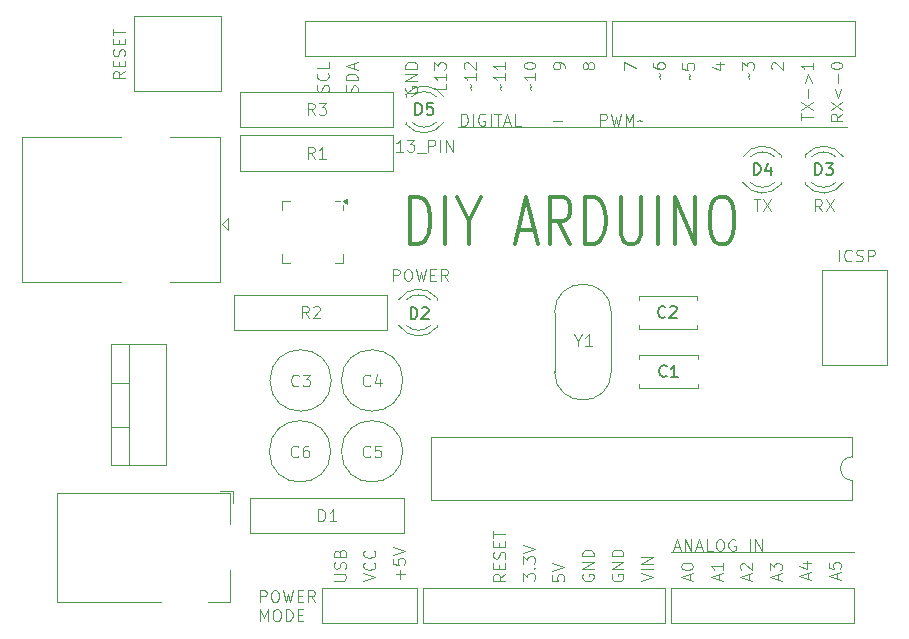
<source format=gbr>
%TF.GenerationSoftware,KiCad,Pcbnew,8.0.7*%
%TF.CreationDate,2025-08-15T01:06:22+02:00*%
%TF.ProjectId,Arduino,41726475-696e-46f2-9e6b-696361645f70,rev?*%
%TF.SameCoordinates,Original*%
%TF.FileFunction,Legend,Top*%
%TF.FilePolarity,Positive*%
%FSLAX46Y46*%
G04 Gerber Fmt 4.6, Leading zero omitted, Abs format (unit mm)*
G04 Created by KiCad (PCBNEW 8.0.7) date 2025-08-15 01:06:22*
%MOMM*%
%LPD*%
G01*
G04 APERTURE LIST*
%ADD10C,0.375000*%
%ADD11C,0.100000*%
%ADD12C,0.125000*%
%ADD13C,0.150000*%
%ADD14C,0.120000*%
G04 APERTURE END LIST*
D10*
X129410995Y-90390976D02*
X129410995Y-86390976D01*
X129410995Y-86390976D02*
X130125281Y-86390976D01*
X130125281Y-86390976D02*
X130553852Y-86581452D01*
X130553852Y-86581452D02*
X130839567Y-86962404D01*
X130839567Y-86962404D02*
X130982424Y-87343357D01*
X130982424Y-87343357D02*
X131125281Y-88105261D01*
X131125281Y-88105261D02*
X131125281Y-88676690D01*
X131125281Y-88676690D02*
X130982424Y-89438595D01*
X130982424Y-89438595D02*
X130839567Y-89819547D01*
X130839567Y-89819547D02*
X130553852Y-90200500D01*
X130553852Y-90200500D02*
X130125281Y-90390976D01*
X130125281Y-90390976D02*
X129410995Y-90390976D01*
X132410995Y-90390976D02*
X132410995Y-86390976D01*
X134410995Y-88486214D02*
X134410995Y-90390976D01*
X133410995Y-86390976D02*
X134410995Y-88486214D01*
X134410995Y-88486214D02*
X135410995Y-86390976D01*
X138553852Y-89248119D02*
X139982424Y-89248119D01*
X138268138Y-90390976D02*
X139268138Y-86390976D01*
X139268138Y-86390976D02*
X140268138Y-90390976D01*
X142982424Y-90390976D02*
X141982424Y-88486214D01*
X141268138Y-90390976D02*
X141268138Y-86390976D01*
X141268138Y-86390976D02*
X142410995Y-86390976D01*
X142410995Y-86390976D02*
X142696710Y-86581452D01*
X142696710Y-86581452D02*
X142839567Y-86771928D01*
X142839567Y-86771928D02*
X142982424Y-87152880D01*
X142982424Y-87152880D02*
X142982424Y-87724309D01*
X142982424Y-87724309D02*
X142839567Y-88105261D01*
X142839567Y-88105261D02*
X142696710Y-88295738D01*
X142696710Y-88295738D02*
X142410995Y-88486214D01*
X142410995Y-88486214D02*
X141268138Y-88486214D01*
X144268138Y-90390976D02*
X144268138Y-86390976D01*
X144268138Y-86390976D02*
X144982424Y-86390976D01*
X144982424Y-86390976D02*
X145410995Y-86581452D01*
X145410995Y-86581452D02*
X145696710Y-86962404D01*
X145696710Y-86962404D02*
X145839567Y-87343357D01*
X145839567Y-87343357D02*
X145982424Y-88105261D01*
X145982424Y-88105261D02*
X145982424Y-88676690D01*
X145982424Y-88676690D02*
X145839567Y-89438595D01*
X145839567Y-89438595D02*
X145696710Y-89819547D01*
X145696710Y-89819547D02*
X145410995Y-90200500D01*
X145410995Y-90200500D02*
X144982424Y-90390976D01*
X144982424Y-90390976D02*
X144268138Y-90390976D01*
X147268138Y-86390976D02*
X147268138Y-89629071D01*
X147268138Y-89629071D02*
X147410995Y-90010023D01*
X147410995Y-90010023D02*
X147553853Y-90200500D01*
X147553853Y-90200500D02*
X147839567Y-90390976D01*
X147839567Y-90390976D02*
X148410995Y-90390976D01*
X148410995Y-90390976D02*
X148696710Y-90200500D01*
X148696710Y-90200500D02*
X148839567Y-90010023D01*
X148839567Y-90010023D02*
X148982424Y-89629071D01*
X148982424Y-89629071D02*
X148982424Y-86390976D01*
X150410995Y-90390976D02*
X150410995Y-86390976D01*
X151839566Y-90390976D02*
X151839566Y-86390976D01*
X151839566Y-86390976D02*
X153553852Y-90390976D01*
X153553852Y-90390976D02*
X153553852Y-86390976D01*
X155553852Y-86390976D02*
X156125280Y-86390976D01*
X156125280Y-86390976D02*
X156410995Y-86581452D01*
X156410995Y-86581452D02*
X156696709Y-86962404D01*
X156696709Y-86962404D02*
X156839566Y-87724309D01*
X156839566Y-87724309D02*
X156839566Y-89057642D01*
X156839566Y-89057642D02*
X156696709Y-89819547D01*
X156696709Y-89819547D02*
X156410995Y-90200500D01*
X156410995Y-90200500D02*
X156125280Y-90390976D01*
X156125280Y-90390976D02*
X155553852Y-90390976D01*
X155553852Y-90390976D02*
X155268138Y-90200500D01*
X155268138Y-90200500D02*
X154982423Y-89819547D01*
X154982423Y-89819547D02*
X154839566Y-89057642D01*
X154839566Y-89057642D02*
X154839566Y-87724309D01*
X154839566Y-87724309D02*
X154982423Y-86962404D01*
X154982423Y-86962404D02*
X155268138Y-86581452D01*
X155268138Y-86581452D02*
X155553852Y-86390976D01*
D11*
X166450000Y-80500000D02*
X133450000Y-80500000D01*
X151500000Y-116500000D02*
X167000000Y-116500000D01*
X105272419Y-75774687D02*
X104796228Y-76108020D01*
X105272419Y-76346115D02*
X104272419Y-76346115D01*
X104272419Y-76346115D02*
X104272419Y-75965163D01*
X104272419Y-75965163D02*
X104320038Y-75869925D01*
X104320038Y-75869925D02*
X104367657Y-75822306D01*
X104367657Y-75822306D02*
X104462895Y-75774687D01*
X104462895Y-75774687D02*
X104605752Y-75774687D01*
X104605752Y-75774687D02*
X104700990Y-75822306D01*
X104700990Y-75822306D02*
X104748609Y-75869925D01*
X104748609Y-75869925D02*
X104796228Y-75965163D01*
X104796228Y-75965163D02*
X104796228Y-76346115D01*
X104748609Y-75346115D02*
X104748609Y-75012782D01*
X105272419Y-74869925D02*
X105272419Y-75346115D01*
X105272419Y-75346115D02*
X104272419Y-75346115D01*
X104272419Y-75346115D02*
X104272419Y-74869925D01*
X105224800Y-74488972D02*
X105272419Y-74346115D01*
X105272419Y-74346115D02*
X105272419Y-74108020D01*
X105272419Y-74108020D02*
X105224800Y-74012782D01*
X105224800Y-74012782D02*
X105177180Y-73965163D01*
X105177180Y-73965163D02*
X105081942Y-73917544D01*
X105081942Y-73917544D02*
X104986704Y-73917544D01*
X104986704Y-73917544D02*
X104891466Y-73965163D01*
X104891466Y-73965163D02*
X104843847Y-74012782D01*
X104843847Y-74012782D02*
X104796228Y-74108020D01*
X104796228Y-74108020D02*
X104748609Y-74298496D01*
X104748609Y-74298496D02*
X104700990Y-74393734D01*
X104700990Y-74393734D02*
X104653371Y-74441353D01*
X104653371Y-74441353D02*
X104558133Y-74488972D01*
X104558133Y-74488972D02*
X104462895Y-74488972D01*
X104462895Y-74488972D02*
X104367657Y-74441353D01*
X104367657Y-74441353D02*
X104320038Y-74393734D01*
X104320038Y-74393734D02*
X104272419Y-74298496D01*
X104272419Y-74298496D02*
X104272419Y-74060401D01*
X104272419Y-74060401D02*
X104320038Y-73917544D01*
X104748609Y-73488972D02*
X104748609Y-73155639D01*
X105272419Y-73012782D02*
X105272419Y-73488972D01*
X105272419Y-73488972D02*
X104272419Y-73488972D01*
X104272419Y-73488972D02*
X104272419Y-73012782D01*
X104272419Y-72727067D02*
X104272419Y-72155639D01*
X105272419Y-72441353D02*
X104272419Y-72441353D01*
X116703884Y-120712475D02*
X116703884Y-119712475D01*
X116703884Y-119712475D02*
X117084836Y-119712475D01*
X117084836Y-119712475D02*
X117180074Y-119760094D01*
X117180074Y-119760094D02*
X117227693Y-119807713D01*
X117227693Y-119807713D02*
X117275312Y-119902951D01*
X117275312Y-119902951D02*
X117275312Y-120045808D01*
X117275312Y-120045808D02*
X117227693Y-120141046D01*
X117227693Y-120141046D02*
X117180074Y-120188665D01*
X117180074Y-120188665D02*
X117084836Y-120236284D01*
X117084836Y-120236284D02*
X116703884Y-120236284D01*
X117894360Y-119712475D02*
X118084836Y-119712475D01*
X118084836Y-119712475D02*
X118180074Y-119760094D01*
X118180074Y-119760094D02*
X118275312Y-119855332D01*
X118275312Y-119855332D02*
X118322931Y-120045808D01*
X118322931Y-120045808D02*
X118322931Y-120379141D01*
X118322931Y-120379141D02*
X118275312Y-120569617D01*
X118275312Y-120569617D02*
X118180074Y-120664856D01*
X118180074Y-120664856D02*
X118084836Y-120712475D01*
X118084836Y-120712475D02*
X117894360Y-120712475D01*
X117894360Y-120712475D02*
X117799122Y-120664856D01*
X117799122Y-120664856D02*
X117703884Y-120569617D01*
X117703884Y-120569617D02*
X117656265Y-120379141D01*
X117656265Y-120379141D02*
X117656265Y-120045808D01*
X117656265Y-120045808D02*
X117703884Y-119855332D01*
X117703884Y-119855332D02*
X117799122Y-119760094D01*
X117799122Y-119760094D02*
X117894360Y-119712475D01*
X118656265Y-119712475D02*
X118894360Y-120712475D01*
X118894360Y-120712475D02*
X119084836Y-119998189D01*
X119084836Y-119998189D02*
X119275312Y-120712475D01*
X119275312Y-120712475D02*
X119513408Y-119712475D01*
X119894360Y-120188665D02*
X120227693Y-120188665D01*
X120370550Y-120712475D02*
X119894360Y-120712475D01*
X119894360Y-120712475D02*
X119894360Y-119712475D01*
X119894360Y-119712475D02*
X120370550Y-119712475D01*
X121370550Y-120712475D02*
X121037217Y-120236284D01*
X120799122Y-120712475D02*
X120799122Y-119712475D01*
X120799122Y-119712475D02*
X121180074Y-119712475D01*
X121180074Y-119712475D02*
X121275312Y-119760094D01*
X121275312Y-119760094D02*
X121322931Y-119807713D01*
X121322931Y-119807713D02*
X121370550Y-119902951D01*
X121370550Y-119902951D02*
X121370550Y-120045808D01*
X121370550Y-120045808D02*
X121322931Y-120141046D01*
X121322931Y-120141046D02*
X121275312Y-120188665D01*
X121275312Y-120188665D02*
X121180074Y-120236284D01*
X121180074Y-120236284D02*
X120799122Y-120236284D01*
X116703884Y-122322419D02*
X116703884Y-121322419D01*
X116703884Y-121322419D02*
X117037217Y-122036704D01*
X117037217Y-122036704D02*
X117370550Y-121322419D01*
X117370550Y-121322419D02*
X117370550Y-122322419D01*
X118037217Y-121322419D02*
X118227693Y-121322419D01*
X118227693Y-121322419D02*
X118322931Y-121370038D01*
X118322931Y-121370038D02*
X118418169Y-121465276D01*
X118418169Y-121465276D02*
X118465788Y-121655752D01*
X118465788Y-121655752D02*
X118465788Y-121989085D01*
X118465788Y-121989085D02*
X118418169Y-122179561D01*
X118418169Y-122179561D02*
X118322931Y-122274800D01*
X118322931Y-122274800D02*
X118227693Y-122322419D01*
X118227693Y-122322419D02*
X118037217Y-122322419D01*
X118037217Y-122322419D02*
X117941979Y-122274800D01*
X117941979Y-122274800D02*
X117846741Y-122179561D01*
X117846741Y-122179561D02*
X117799122Y-121989085D01*
X117799122Y-121989085D02*
X117799122Y-121655752D01*
X117799122Y-121655752D02*
X117846741Y-121465276D01*
X117846741Y-121465276D02*
X117941979Y-121370038D01*
X117941979Y-121370038D02*
X118037217Y-121322419D01*
X118894360Y-122322419D02*
X118894360Y-121322419D01*
X118894360Y-121322419D02*
X119132455Y-121322419D01*
X119132455Y-121322419D02*
X119275312Y-121370038D01*
X119275312Y-121370038D02*
X119370550Y-121465276D01*
X119370550Y-121465276D02*
X119418169Y-121560514D01*
X119418169Y-121560514D02*
X119465788Y-121750990D01*
X119465788Y-121750990D02*
X119465788Y-121893847D01*
X119465788Y-121893847D02*
X119418169Y-122084323D01*
X119418169Y-122084323D02*
X119370550Y-122179561D01*
X119370550Y-122179561D02*
X119275312Y-122274800D01*
X119275312Y-122274800D02*
X119132455Y-122322419D01*
X119132455Y-122322419D02*
X118894360Y-122322419D01*
X119894360Y-121798609D02*
X120227693Y-121798609D01*
X120370550Y-122322419D02*
X119894360Y-122322419D01*
X119894360Y-122322419D02*
X119894360Y-121322419D01*
X119894360Y-121322419D02*
X120370550Y-121322419D01*
X125472419Y-118938972D02*
X126472419Y-118605639D01*
X126472419Y-118605639D02*
X125472419Y-118272306D01*
X126377180Y-117367544D02*
X126424800Y-117415163D01*
X126424800Y-117415163D02*
X126472419Y-117558020D01*
X126472419Y-117558020D02*
X126472419Y-117653258D01*
X126472419Y-117653258D02*
X126424800Y-117796115D01*
X126424800Y-117796115D02*
X126329561Y-117891353D01*
X126329561Y-117891353D02*
X126234323Y-117938972D01*
X126234323Y-117938972D02*
X126043847Y-117986591D01*
X126043847Y-117986591D02*
X125900990Y-117986591D01*
X125900990Y-117986591D02*
X125710514Y-117938972D01*
X125710514Y-117938972D02*
X125615276Y-117891353D01*
X125615276Y-117891353D02*
X125520038Y-117796115D01*
X125520038Y-117796115D02*
X125472419Y-117653258D01*
X125472419Y-117653258D02*
X125472419Y-117558020D01*
X125472419Y-117558020D02*
X125520038Y-117415163D01*
X125520038Y-117415163D02*
X125567657Y-117367544D01*
X126377180Y-116367544D02*
X126424800Y-116415163D01*
X126424800Y-116415163D02*
X126472419Y-116558020D01*
X126472419Y-116558020D02*
X126472419Y-116653258D01*
X126472419Y-116653258D02*
X126424800Y-116796115D01*
X126424800Y-116796115D02*
X126329561Y-116891353D01*
X126329561Y-116891353D02*
X126234323Y-116938972D01*
X126234323Y-116938972D02*
X126043847Y-116986591D01*
X126043847Y-116986591D02*
X125900990Y-116986591D01*
X125900990Y-116986591D02*
X125710514Y-116938972D01*
X125710514Y-116938972D02*
X125615276Y-116891353D01*
X125615276Y-116891353D02*
X125520038Y-116796115D01*
X125520038Y-116796115D02*
X125472419Y-116653258D01*
X125472419Y-116653258D02*
X125472419Y-116558020D01*
X125472419Y-116558020D02*
X125520038Y-116415163D01*
X125520038Y-116415163D02*
X125567657Y-116367544D01*
X128591466Y-118746115D02*
X128591466Y-117984211D01*
X128972419Y-118365163D02*
X128210514Y-118365163D01*
X127972419Y-117031830D02*
X127972419Y-117508020D01*
X127972419Y-117508020D02*
X128448609Y-117555639D01*
X128448609Y-117555639D02*
X128400990Y-117508020D01*
X128400990Y-117508020D02*
X128353371Y-117412782D01*
X128353371Y-117412782D02*
X128353371Y-117174687D01*
X128353371Y-117174687D02*
X128400990Y-117079449D01*
X128400990Y-117079449D02*
X128448609Y-117031830D01*
X128448609Y-117031830D02*
X128543847Y-116984211D01*
X128543847Y-116984211D02*
X128781942Y-116984211D01*
X128781942Y-116984211D02*
X128877180Y-117031830D01*
X128877180Y-117031830D02*
X128924800Y-117079449D01*
X128924800Y-117079449D02*
X128972419Y-117174687D01*
X128972419Y-117174687D02*
X128972419Y-117412782D01*
X128972419Y-117412782D02*
X128924800Y-117508020D01*
X128924800Y-117508020D02*
X128877180Y-117555639D01*
X127972419Y-116698496D02*
X128972419Y-116365163D01*
X128972419Y-116365163D02*
X127972419Y-116031830D01*
X122972419Y-118896115D02*
X123781942Y-118896115D01*
X123781942Y-118896115D02*
X123877180Y-118848496D01*
X123877180Y-118848496D02*
X123924800Y-118800877D01*
X123924800Y-118800877D02*
X123972419Y-118705639D01*
X123972419Y-118705639D02*
X123972419Y-118515163D01*
X123972419Y-118515163D02*
X123924800Y-118419925D01*
X123924800Y-118419925D02*
X123877180Y-118372306D01*
X123877180Y-118372306D02*
X123781942Y-118324687D01*
X123781942Y-118324687D02*
X122972419Y-118324687D01*
X123924800Y-117896115D02*
X123972419Y-117753258D01*
X123972419Y-117753258D02*
X123972419Y-117515163D01*
X123972419Y-117515163D02*
X123924800Y-117419925D01*
X123924800Y-117419925D02*
X123877180Y-117372306D01*
X123877180Y-117372306D02*
X123781942Y-117324687D01*
X123781942Y-117324687D02*
X123686704Y-117324687D01*
X123686704Y-117324687D02*
X123591466Y-117372306D01*
X123591466Y-117372306D02*
X123543847Y-117419925D01*
X123543847Y-117419925D02*
X123496228Y-117515163D01*
X123496228Y-117515163D02*
X123448609Y-117705639D01*
X123448609Y-117705639D02*
X123400990Y-117800877D01*
X123400990Y-117800877D02*
X123353371Y-117848496D01*
X123353371Y-117848496D02*
X123258133Y-117896115D01*
X123258133Y-117896115D02*
X123162895Y-117896115D01*
X123162895Y-117896115D02*
X123067657Y-117848496D01*
X123067657Y-117848496D02*
X123020038Y-117800877D01*
X123020038Y-117800877D02*
X122972419Y-117705639D01*
X122972419Y-117705639D02*
X122972419Y-117467544D01*
X122972419Y-117467544D02*
X123020038Y-117324687D01*
X123448609Y-116562782D02*
X123496228Y-116419925D01*
X123496228Y-116419925D02*
X123543847Y-116372306D01*
X123543847Y-116372306D02*
X123639085Y-116324687D01*
X123639085Y-116324687D02*
X123781942Y-116324687D01*
X123781942Y-116324687D02*
X123877180Y-116372306D01*
X123877180Y-116372306D02*
X123924800Y-116419925D01*
X123924800Y-116419925D02*
X123972419Y-116515163D01*
X123972419Y-116515163D02*
X123972419Y-116896115D01*
X123972419Y-116896115D02*
X122972419Y-116896115D01*
X122972419Y-116896115D02*
X122972419Y-116562782D01*
X122972419Y-116562782D02*
X123020038Y-116467544D01*
X123020038Y-116467544D02*
X123067657Y-116419925D01*
X123067657Y-116419925D02*
X123162895Y-116372306D01*
X123162895Y-116372306D02*
X123258133Y-116372306D01*
X123258133Y-116372306D02*
X123353371Y-116419925D01*
X123353371Y-116419925D02*
X123400990Y-116467544D01*
X123400990Y-116467544D02*
X123448609Y-116562782D01*
X123448609Y-116562782D02*
X123448609Y-116896115D01*
X165753884Y-91872419D02*
X165753884Y-90872419D01*
X166801502Y-91777180D02*
X166753883Y-91824800D01*
X166753883Y-91824800D02*
X166611026Y-91872419D01*
X166611026Y-91872419D02*
X166515788Y-91872419D01*
X166515788Y-91872419D02*
X166372931Y-91824800D01*
X166372931Y-91824800D02*
X166277693Y-91729561D01*
X166277693Y-91729561D02*
X166230074Y-91634323D01*
X166230074Y-91634323D02*
X166182455Y-91443847D01*
X166182455Y-91443847D02*
X166182455Y-91300990D01*
X166182455Y-91300990D02*
X166230074Y-91110514D01*
X166230074Y-91110514D02*
X166277693Y-91015276D01*
X166277693Y-91015276D02*
X166372931Y-90920038D01*
X166372931Y-90920038D02*
X166515788Y-90872419D01*
X166515788Y-90872419D02*
X166611026Y-90872419D01*
X166611026Y-90872419D02*
X166753883Y-90920038D01*
X166753883Y-90920038D02*
X166801502Y-90967657D01*
X167182455Y-91824800D02*
X167325312Y-91872419D01*
X167325312Y-91872419D02*
X167563407Y-91872419D01*
X167563407Y-91872419D02*
X167658645Y-91824800D01*
X167658645Y-91824800D02*
X167706264Y-91777180D01*
X167706264Y-91777180D02*
X167753883Y-91681942D01*
X167753883Y-91681942D02*
X167753883Y-91586704D01*
X167753883Y-91586704D02*
X167706264Y-91491466D01*
X167706264Y-91491466D02*
X167658645Y-91443847D01*
X167658645Y-91443847D02*
X167563407Y-91396228D01*
X167563407Y-91396228D02*
X167372931Y-91348609D01*
X167372931Y-91348609D02*
X167277693Y-91300990D01*
X167277693Y-91300990D02*
X167230074Y-91253371D01*
X167230074Y-91253371D02*
X167182455Y-91158133D01*
X167182455Y-91158133D02*
X167182455Y-91062895D01*
X167182455Y-91062895D02*
X167230074Y-90967657D01*
X167230074Y-90967657D02*
X167277693Y-90920038D01*
X167277693Y-90920038D02*
X167372931Y-90872419D01*
X167372931Y-90872419D02*
X167611026Y-90872419D01*
X167611026Y-90872419D02*
X167753883Y-90920038D01*
X168182455Y-91872419D02*
X168182455Y-90872419D01*
X168182455Y-90872419D02*
X168563407Y-90872419D01*
X168563407Y-90872419D02*
X168658645Y-90920038D01*
X168658645Y-90920038D02*
X168706264Y-90967657D01*
X168706264Y-90967657D02*
X168753883Y-91062895D01*
X168753883Y-91062895D02*
X168753883Y-91205752D01*
X168753883Y-91205752D02*
X168706264Y-91300990D01*
X168706264Y-91300990D02*
X168658645Y-91348609D01*
X168658645Y-91348609D02*
X168563407Y-91396228D01*
X168563407Y-91396228D02*
X168182455Y-91396228D01*
X164275312Y-87622419D02*
X163941979Y-87146228D01*
X163703884Y-87622419D02*
X163703884Y-86622419D01*
X163703884Y-86622419D02*
X164084836Y-86622419D01*
X164084836Y-86622419D02*
X164180074Y-86670038D01*
X164180074Y-86670038D02*
X164227693Y-86717657D01*
X164227693Y-86717657D02*
X164275312Y-86812895D01*
X164275312Y-86812895D02*
X164275312Y-86955752D01*
X164275312Y-86955752D02*
X164227693Y-87050990D01*
X164227693Y-87050990D02*
X164180074Y-87098609D01*
X164180074Y-87098609D02*
X164084836Y-87146228D01*
X164084836Y-87146228D02*
X163703884Y-87146228D01*
X164608646Y-86622419D02*
X165275312Y-87622419D01*
X165275312Y-86622419D02*
X164608646Y-87622419D01*
X158511027Y-86622419D02*
X159082455Y-86622419D01*
X158796741Y-87622419D02*
X158796741Y-86622419D01*
X159320551Y-86622419D02*
X159987217Y-87622419D01*
X159987217Y-86622419D02*
X159320551Y-87622419D01*
X128827693Y-82572419D02*
X128256265Y-82572419D01*
X128541979Y-82572419D02*
X128541979Y-81572419D01*
X128541979Y-81572419D02*
X128446741Y-81715276D01*
X128446741Y-81715276D02*
X128351503Y-81810514D01*
X128351503Y-81810514D02*
X128256265Y-81858133D01*
X129161027Y-81572419D02*
X129780074Y-81572419D01*
X129780074Y-81572419D02*
X129446741Y-81953371D01*
X129446741Y-81953371D02*
X129589598Y-81953371D01*
X129589598Y-81953371D02*
X129684836Y-82000990D01*
X129684836Y-82000990D02*
X129732455Y-82048609D01*
X129732455Y-82048609D02*
X129780074Y-82143847D01*
X129780074Y-82143847D02*
X129780074Y-82381942D01*
X129780074Y-82381942D02*
X129732455Y-82477180D01*
X129732455Y-82477180D02*
X129684836Y-82524800D01*
X129684836Y-82524800D02*
X129589598Y-82572419D01*
X129589598Y-82572419D02*
X129303884Y-82572419D01*
X129303884Y-82572419D02*
X129208646Y-82524800D01*
X129208646Y-82524800D02*
X129161027Y-82477180D01*
X129970551Y-82667657D02*
X130732455Y-82667657D01*
X130970551Y-82572419D02*
X130970551Y-81572419D01*
X130970551Y-81572419D02*
X131351503Y-81572419D01*
X131351503Y-81572419D02*
X131446741Y-81620038D01*
X131446741Y-81620038D02*
X131494360Y-81667657D01*
X131494360Y-81667657D02*
X131541979Y-81762895D01*
X131541979Y-81762895D02*
X131541979Y-81905752D01*
X131541979Y-81905752D02*
X131494360Y-82000990D01*
X131494360Y-82000990D02*
X131446741Y-82048609D01*
X131446741Y-82048609D02*
X131351503Y-82096228D01*
X131351503Y-82096228D02*
X130970551Y-82096228D01*
X131970551Y-82572419D02*
X131970551Y-81572419D01*
X132446741Y-82572419D02*
X132446741Y-81572419D01*
X132446741Y-81572419D02*
X133018169Y-82572419D01*
X133018169Y-82572419D02*
X133018169Y-81572419D01*
X127953884Y-93522419D02*
X127953884Y-92522419D01*
X127953884Y-92522419D02*
X128334836Y-92522419D01*
X128334836Y-92522419D02*
X128430074Y-92570038D01*
X128430074Y-92570038D02*
X128477693Y-92617657D01*
X128477693Y-92617657D02*
X128525312Y-92712895D01*
X128525312Y-92712895D02*
X128525312Y-92855752D01*
X128525312Y-92855752D02*
X128477693Y-92950990D01*
X128477693Y-92950990D02*
X128430074Y-92998609D01*
X128430074Y-92998609D02*
X128334836Y-93046228D01*
X128334836Y-93046228D02*
X127953884Y-93046228D01*
X129144360Y-92522419D02*
X129334836Y-92522419D01*
X129334836Y-92522419D02*
X129430074Y-92570038D01*
X129430074Y-92570038D02*
X129525312Y-92665276D01*
X129525312Y-92665276D02*
X129572931Y-92855752D01*
X129572931Y-92855752D02*
X129572931Y-93189085D01*
X129572931Y-93189085D02*
X129525312Y-93379561D01*
X129525312Y-93379561D02*
X129430074Y-93474800D01*
X129430074Y-93474800D02*
X129334836Y-93522419D01*
X129334836Y-93522419D02*
X129144360Y-93522419D01*
X129144360Y-93522419D02*
X129049122Y-93474800D01*
X129049122Y-93474800D02*
X128953884Y-93379561D01*
X128953884Y-93379561D02*
X128906265Y-93189085D01*
X128906265Y-93189085D02*
X128906265Y-92855752D01*
X128906265Y-92855752D02*
X128953884Y-92665276D01*
X128953884Y-92665276D02*
X129049122Y-92570038D01*
X129049122Y-92570038D02*
X129144360Y-92522419D01*
X129906265Y-92522419D02*
X130144360Y-93522419D01*
X130144360Y-93522419D02*
X130334836Y-92808133D01*
X130334836Y-92808133D02*
X130525312Y-93522419D01*
X130525312Y-93522419D02*
X130763408Y-92522419D01*
X131144360Y-92998609D02*
X131477693Y-92998609D01*
X131620550Y-93522419D02*
X131144360Y-93522419D01*
X131144360Y-93522419D02*
X131144360Y-92522419D01*
X131144360Y-92522419D02*
X131620550Y-92522419D01*
X132620550Y-93522419D02*
X132287217Y-93046228D01*
X132049122Y-93522419D02*
X132049122Y-92522419D01*
X132049122Y-92522419D02*
X132430074Y-92522419D01*
X132430074Y-92522419D02*
X132525312Y-92570038D01*
X132525312Y-92570038D02*
X132572931Y-92617657D01*
X132572931Y-92617657D02*
X132620550Y-92712895D01*
X132620550Y-92712895D02*
X132620550Y-92855752D01*
X132620550Y-92855752D02*
X132572931Y-92950990D01*
X132572931Y-92950990D02*
X132525312Y-92998609D01*
X132525312Y-92998609D02*
X132430074Y-93046228D01*
X132430074Y-93046228D02*
X132049122Y-93046228D01*
X133753884Y-80372419D02*
X133753884Y-79372419D01*
X133753884Y-79372419D02*
X133991979Y-79372419D01*
X133991979Y-79372419D02*
X134134836Y-79420038D01*
X134134836Y-79420038D02*
X134230074Y-79515276D01*
X134230074Y-79515276D02*
X134277693Y-79610514D01*
X134277693Y-79610514D02*
X134325312Y-79800990D01*
X134325312Y-79800990D02*
X134325312Y-79943847D01*
X134325312Y-79943847D02*
X134277693Y-80134323D01*
X134277693Y-80134323D02*
X134230074Y-80229561D01*
X134230074Y-80229561D02*
X134134836Y-80324800D01*
X134134836Y-80324800D02*
X133991979Y-80372419D01*
X133991979Y-80372419D02*
X133753884Y-80372419D01*
X134753884Y-80372419D02*
X134753884Y-79372419D01*
X135753883Y-79420038D02*
X135658645Y-79372419D01*
X135658645Y-79372419D02*
X135515788Y-79372419D01*
X135515788Y-79372419D02*
X135372931Y-79420038D01*
X135372931Y-79420038D02*
X135277693Y-79515276D01*
X135277693Y-79515276D02*
X135230074Y-79610514D01*
X135230074Y-79610514D02*
X135182455Y-79800990D01*
X135182455Y-79800990D02*
X135182455Y-79943847D01*
X135182455Y-79943847D02*
X135230074Y-80134323D01*
X135230074Y-80134323D02*
X135277693Y-80229561D01*
X135277693Y-80229561D02*
X135372931Y-80324800D01*
X135372931Y-80324800D02*
X135515788Y-80372419D01*
X135515788Y-80372419D02*
X135611026Y-80372419D01*
X135611026Y-80372419D02*
X135753883Y-80324800D01*
X135753883Y-80324800D02*
X135801502Y-80277180D01*
X135801502Y-80277180D02*
X135801502Y-79943847D01*
X135801502Y-79943847D02*
X135611026Y-79943847D01*
X136230074Y-80372419D02*
X136230074Y-79372419D01*
X136563407Y-79372419D02*
X137134835Y-79372419D01*
X136849121Y-80372419D02*
X136849121Y-79372419D01*
X137420550Y-80086704D02*
X137896740Y-80086704D01*
X137325312Y-80372419D02*
X137658645Y-79372419D01*
X137658645Y-79372419D02*
X137991978Y-80372419D01*
X138801502Y-80372419D02*
X138325312Y-80372419D01*
X138325312Y-80372419D02*
X138325312Y-79372419D01*
X141515788Y-79991466D02*
X142277693Y-79991466D01*
X145515788Y-80372419D02*
X145515788Y-79372419D01*
X145515788Y-79372419D02*
X145896740Y-79372419D01*
X145896740Y-79372419D02*
X145991978Y-79420038D01*
X145991978Y-79420038D02*
X146039597Y-79467657D01*
X146039597Y-79467657D02*
X146087216Y-79562895D01*
X146087216Y-79562895D02*
X146087216Y-79705752D01*
X146087216Y-79705752D02*
X146039597Y-79800990D01*
X146039597Y-79800990D02*
X145991978Y-79848609D01*
X145991978Y-79848609D02*
X145896740Y-79896228D01*
X145896740Y-79896228D02*
X145515788Y-79896228D01*
X146420550Y-79372419D02*
X146658645Y-80372419D01*
X146658645Y-80372419D02*
X146849121Y-79658133D01*
X146849121Y-79658133D02*
X147039597Y-80372419D01*
X147039597Y-80372419D02*
X147277693Y-79372419D01*
X147658645Y-80372419D02*
X147658645Y-79372419D01*
X147658645Y-79372419D02*
X147991978Y-80086704D01*
X147991978Y-80086704D02*
X148325311Y-79372419D01*
X148325311Y-79372419D02*
X148325311Y-80372419D01*
X148658645Y-79991466D02*
X148706264Y-79943847D01*
X148706264Y-79943847D02*
X148801502Y-79896228D01*
X148801502Y-79896228D02*
X148991978Y-79991466D01*
X148991978Y-79991466D02*
X149087216Y-79943847D01*
X149087216Y-79943847D02*
X149134835Y-79896228D01*
X151756265Y-116086704D02*
X152232455Y-116086704D01*
X151661027Y-116372419D02*
X151994360Y-115372419D01*
X151994360Y-115372419D02*
X152327693Y-116372419D01*
X152661027Y-116372419D02*
X152661027Y-115372419D01*
X152661027Y-115372419D02*
X153232455Y-116372419D01*
X153232455Y-116372419D02*
X153232455Y-115372419D01*
X153661027Y-116086704D02*
X154137217Y-116086704D01*
X153565789Y-116372419D02*
X153899122Y-115372419D01*
X153899122Y-115372419D02*
X154232455Y-116372419D01*
X155041979Y-116372419D02*
X154565789Y-116372419D01*
X154565789Y-116372419D02*
X154565789Y-115372419D01*
X155565789Y-115372419D02*
X155756265Y-115372419D01*
X155756265Y-115372419D02*
X155851503Y-115420038D01*
X155851503Y-115420038D02*
X155946741Y-115515276D01*
X155946741Y-115515276D02*
X155994360Y-115705752D01*
X155994360Y-115705752D02*
X155994360Y-116039085D01*
X155994360Y-116039085D02*
X155946741Y-116229561D01*
X155946741Y-116229561D02*
X155851503Y-116324800D01*
X155851503Y-116324800D02*
X155756265Y-116372419D01*
X155756265Y-116372419D02*
X155565789Y-116372419D01*
X155565789Y-116372419D02*
X155470551Y-116324800D01*
X155470551Y-116324800D02*
X155375313Y-116229561D01*
X155375313Y-116229561D02*
X155327694Y-116039085D01*
X155327694Y-116039085D02*
X155327694Y-115705752D01*
X155327694Y-115705752D02*
X155375313Y-115515276D01*
X155375313Y-115515276D02*
X155470551Y-115420038D01*
X155470551Y-115420038D02*
X155565789Y-115372419D01*
X156946741Y-115420038D02*
X156851503Y-115372419D01*
X156851503Y-115372419D02*
X156708646Y-115372419D01*
X156708646Y-115372419D02*
X156565789Y-115420038D01*
X156565789Y-115420038D02*
X156470551Y-115515276D01*
X156470551Y-115515276D02*
X156422932Y-115610514D01*
X156422932Y-115610514D02*
X156375313Y-115800990D01*
X156375313Y-115800990D02*
X156375313Y-115943847D01*
X156375313Y-115943847D02*
X156422932Y-116134323D01*
X156422932Y-116134323D02*
X156470551Y-116229561D01*
X156470551Y-116229561D02*
X156565789Y-116324800D01*
X156565789Y-116324800D02*
X156708646Y-116372419D01*
X156708646Y-116372419D02*
X156803884Y-116372419D01*
X156803884Y-116372419D02*
X156946741Y-116324800D01*
X156946741Y-116324800D02*
X156994360Y-116277180D01*
X156994360Y-116277180D02*
X156994360Y-115943847D01*
X156994360Y-115943847D02*
X156803884Y-115943847D01*
X158184837Y-116372419D02*
X158184837Y-115372419D01*
X158661027Y-116372419D02*
X158661027Y-115372419D01*
X158661027Y-115372419D02*
X159232455Y-116372419D01*
X159232455Y-116372419D02*
X159232455Y-115372419D01*
X122474800Y-77493734D02*
X122522419Y-77350877D01*
X122522419Y-77350877D02*
X122522419Y-77112782D01*
X122522419Y-77112782D02*
X122474800Y-77017544D01*
X122474800Y-77017544D02*
X122427180Y-76969925D01*
X122427180Y-76969925D02*
X122331942Y-76922306D01*
X122331942Y-76922306D02*
X122236704Y-76922306D01*
X122236704Y-76922306D02*
X122141466Y-76969925D01*
X122141466Y-76969925D02*
X122093847Y-77017544D01*
X122093847Y-77017544D02*
X122046228Y-77112782D01*
X122046228Y-77112782D02*
X121998609Y-77303258D01*
X121998609Y-77303258D02*
X121950990Y-77398496D01*
X121950990Y-77398496D02*
X121903371Y-77446115D01*
X121903371Y-77446115D02*
X121808133Y-77493734D01*
X121808133Y-77493734D02*
X121712895Y-77493734D01*
X121712895Y-77493734D02*
X121617657Y-77446115D01*
X121617657Y-77446115D02*
X121570038Y-77398496D01*
X121570038Y-77398496D02*
X121522419Y-77303258D01*
X121522419Y-77303258D02*
X121522419Y-77065163D01*
X121522419Y-77065163D02*
X121570038Y-76922306D01*
X122427180Y-75922306D02*
X122474800Y-75969925D01*
X122474800Y-75969925D02*
X122522419Y-76112782D01*
X122522419Y-76112782D02*
X122522419Y-76208020D01*
X122522419Y-76208020D02*
X122474800Y-76350877D01*
X122474800Y-76350877D02*
X122379561Y-76446115D01*
X122379561Y-76446115D02*
X122284323Y-76493734D01*
X122284323Y-76493734D02*
X122093847Y-76541353D01*
X122093847Y-76541353D02*
X121950990Y-76541353D01*
X121950990Y-76541353D02*
X121760514Y-76493734D01*
X121760514Y-76493734D02*
X121665276Y-76446115D01*
X121665276Y-76446115D02*
X121570038Y-76350877D01*
X121570038Y-76350877D02*
X121522419Y-76208020D01*
X121522419Y-76208020D02*
X121522419Y-76112782D01*
X121522419Y-76112782D02*
X121570038Y-75969925D01*
X121570038Y-75969925D02*
X121617657Y-75922306D01*
X122522419Y-75017544D02*
X122522419Y-75493734D01*
X122522419Y-75493734D02*
X121522419Y-75493734D01*
X124924800Y-77543734D02*
X124972419Y-77400877D01*
X124972419Y-77400877D02*
X124972419Y-77162782D01*
X124972419Y-77162782D02*
X124924800Y-77067544D01*
X124924800Y-77067544D02*
X124877180Y-77019925D01*
X124877180Y-77019925D02*
X124781942Y-76972306D01*
X124781942Y-76972306D02*
X124686704Y-76972306D01*
X124686704Y-76972306D02*
X124591466Y-77019925D01*
X124591466Y-77019925D02*
X124543847Y-77067544D01*
X124543847Y-77067544D02*
X124496228Y-77162782D01*
X124496228Y-77162782D02*
X124448609Y-77353258D01*
X124448609Y-77353258D02*
X124400990Y-77448496D01*
X124400990Y-77448496D02*
X124353371Y-77496115D01*
X124353371Y-77496115D02*
X124258133Y-77543734D01*
X124258133Y-77543734D02*
X124162895Y-77543734D01*
X124162895Y-77543734D02*
X124067657Y-77496115D01*
X124067657Y-77496115D02*
X124020038Y-77448496D01*
X124020038Y-77448496D02*
X123972419Y-77353258D01*
X123972419Y-77353258D02*
X123972419Y-77115163D01*
X123972419Y-77115163D02*
X124020038Y-76972306D01*
X124972419Y-76543734D02*
X123972419Y-76543734D01*
X123972419Y-76543734D02*
X123972419Y-76305639D01*
X123972419Y-76305639D02*
X124020038Y-76162782D01*
X124020038Y-76162782D02*
X124115276Y-76067544D01*
X124115276Y-76067544D02*
X124210514Y-76019925D01*
X124210514Y-76019925D02*
X124400990Y-75972306D01*
X124400990Y-75972306D02*
X124543847Y-75972306D01*
X124543847Y-75972306D02*
X124734323Y-76019925D01*
X124734323Y-76019925D02*
X124829561Y-76067544D01*
X124829561Y-76067544D02*
X124924800Y-76162782D01*
X124924800Y-76162782D02*
X124972419Y-76305639D01*
X124972419Y-76305639D02*
X124972419Y-76543734D01*
X124686704Y-75591353D02*
X124686704Y-75115163D01*
X124972419Y-75686591D02*
X123972419Y-75353258D01*
X123972419Y-75353258D02*
X124972419Y-75019925D01*
X129070038Y-77072306D02*
X129022419Y-77167544D01*
X129022419Y-77167544D02*
X129022419Y-77310401D01*
X129022419Y-77310401D02*
X129070038Y-77453258D01*
X129070038Y-77453258D02*
X129165276Y-77548496D01*
X129165276Y-77548496D02*
X129260514Y-77596115D01*
X129260514Y-77596115D02*
X129450990Y-77643734D01*
X129450990Y-77643734D02*
X129593847Y-77643734D01*
X129593847Y-77643734D02*
X129784323Y-77596115D01*
X129784323Y-77596115D02*
X129879561Y-77548496D01*
X129879561Y-77548496D02*
X129974800Y-77453258D01*
X129974800Y-77453258D02*
X130022419Y-77310401D01*
X130022419Y-77310401D02*
X130022419Y-77215163D01*
X130022419Y-77215163D02*
X129974800Y-77072306D01*
X129974800Y-77072306D02*
X129927180Y-77024687D01*
X129927180Y-77024687D02*
X129593847Y-77024687D01*
X129593847Y-77024687D02*
X129593847Y-77215163D01*
X130022419Y-76596115D02*
X129022419Y-76596115D01*
X129022419Y-76596115D02*
X130022419Y-76024687D01*
X130022419Y-76024687D02*
X129022419Y-76024687D01*
X130022419Y-75548496D02*
X129022419Y-75548496D01*
X129022419Y-75548496D02*
X129022419Y-75310401D01*
X129022419Y-75310401D02*
X129070038Y-75167544D01*
X129070038Y-75167544D02*
X129165276Y-75072306D01*
X129165276Y-75072306D02*
X129260514Y-75024687D01*
X129260514Y-75024687D02*
X129450990Y-74977068D01*
X129450990Y-74977068D02*
X129593847Y-74977068D01*
X129593847Y-74977068D02*
X129784323Y-75024687D01*
X129784323Y-75024687D02*
X129879561Y-75072306D01*
X129879561Y-75072306D02*
X129974800Y-75167544D01*
X129974800Y-75167544D02*
X130022419Y-75310401D01*
X130022419Y-75310401D02*
X130022419Y-75548496D01*
X132422419Y-76819925D02*
X132422419Y-77296115D01*
X132422419Y-77296115D02*
X131422419Y-77296115D01*
X132422419Y-75962782D02*
X132422419Y-76534210D01*
X132422419Y-76248496D02*
X131422419Y-76248496D01*
X131422419Y-76248496D02*
X131565276Y-76343734D01*
X131565276Y-76343734D02*
X131660514Y-76438972D01*
X131660514Y-76438972D02*
X131708133Y-76534210D01*
X131422419Y-75629448D02*
X131422419Y-75010401D01*
X131422419Y-75010401D02*
X131803371Y-75343734D01*
X131803371Y-75343734D02*
X131803371Y-75200877D01*
X131803371Y-75200877D02*
X131850990Y-75105639D01*
X131850990Y-75105639D02*
X131898609Y-75058020D01*
X131898609Y-75058020D02*
X131993847Y-75010401D01*
X131993847Y-75010401D02*
X132231942Y-75010401D01*
X132231942Y-75010401D02*
X132327180Y-75058020D01*
X132327180Y-75058020D02*
X132374800Y-75105639D01*
X132374800Y-75105639D02*
X132422419Y-75200877D01*
X132422419Y-75200877D02*
X132422419Y-75486591D01*
X132422419Y-75486591D02*
X132374800Y-75581829D01*
X132374800Y-75581829D02*
X132327180Y-75629448D01*
X134591466Y-77338972D02*
X134543847Y-77291353D01*
X134543847Y-77291353D02*
X134496228Y-77196115D01*
X134496228Y-77196115D02*
X134591466Y-77005639D01*
X134591466Y-77005639D02*
X134543847Y-76910401D01*
X134543847Y-76910401D02*
X134496228Y-76862782D01*
X134972419Y-75958020D02*
X134972419Y-76529448D01*
X134972419Y-76243734D02*
X133972419Y-76243734D01*
X133972419Y-76243734D02*
X134115276Y-76338972D01*
X134115276Y-76338972D02*
X134210514Y-76434210D01*
X134210514Y-76434210D02*
X134258133Y-76529448D01*
X134067657Y-75577067D02*
X134020038Y-75529448D01*
X134020038Y-75529448D02*
X133972419Y-75434210D01*
X133972419Y-75434210D02*
X133972419Y-75196115D01*
X133972419Y-75196115D02*
X134020038Y-75100877D01*
X134020038Y-75100877D02*
X134067657Y-75053258D01*
X134067657Y-75053258D02*
X134162895Y-75005639D01*
X134162895Y-75005639D02*
X134258133Y-75005639D01*
X134258133Y-75005639D02*
X134400990Y-75053258D01*
X134400990Y-75053258D02*
X134972419Y-75624686D01*
X134972419Y-75624686D02*
X134972419Y-75005639D01*
X137091466Y-77338972D02*
X137043847Y-77291353D01*
X137043847Y-77291353D02*
X136996228Y-77196115D01*
X136996228Y-77196115D02*
X137091466Y-77005639D01*
X137091466Y-77005639D02*
X137043847Y-76910401D01*
X137043847Y-76910401D02*
X136996228Y-76862782D01*
X137472419Y-75958020D02*
X137472419Y-76529448D01*
X137472419Y-76243734D02*
X136472419Y-76243734D01*
X136472419Y-76243734D02*
X136615276Y-76338972D01*
X136615276Y-76338972D02*
X136710514Y-76434210D01*
X136710514Y-76434210D02*
X136758133Y-76529448D01*
X137472419Y-75005639D02*
X137472419Y-75577067D01*
X137472419Y-75291353D02*
X136472419Y-75291353D01*
X136472419Y-75291353D02*
X136615276Y-75386591D01*
X136615276Y-75386591D02*
X136710514Y-75481829D01*
X136710514Y-75481829D02*
X136758133Y-75577067D01*
X139641466Y-77338972D02*
X139593847Y-77291353D01*
X139593847Y-77291353D02*
X139546228Y-77196115D01*
X139546228Y-77196115D02*
X139641466Y-77005639D01*
X139641466Y-77005639D02*
X139593847Y-76910401D01*
X139593847Y-76910401D02*
X139546228Y-76862782D01*
X140022419Y-75958020D02*
X140022419Y-76529448D01*
X140022419Y-76243734D02*
X139022419Y-76243734D01*
X139022419Y-76243734D02*
X139165276Y-76338972D01*
X139165276Y-76338972D02*
X139260514Y-76434210D01*
X139260514Y-76434210D02*
X139308133Y-76529448D01*
X139022419Y-75338972D02*
X139022419Y-75243734D01*
X139022419Y-75243734D02*
X139070038Y-75148496D01*
X139070038Y-75148496D02*
X139117657Y-75100877D01*
X139117657Y-75100877D02*
X139212895Y-75053258D01*
X139212895Y-75053258D02*
X139403371Y-75005639D01*
X139403371Y-75005639D02*
X139641466Y-75005639D01*
X139641466Y-75005639D02*
X139831942Y-75053258D01*
X139831942Y-75053258D02*
X139927180Y-75100877D01*
X139927180Y-75100877D02*
X139974800Y-75148496D01*
X139974800Y-75148496D02*
X140022419Y-75243734D01*
X140022419Y-75243734D02*
X140022419Y-75338972D01*
X140022419Y-75338972D02*
X139974800Y-75434210D01*
X139974800Y-75434210D02*
X139927180Y-75481829D01*
X139927180Y-75481829D02*
X139831942Y-75529448D01*
X139831942Y-75529448D02*
X139641466Y-75577067D01*
X139641466Y-75577067D02*
X139403371Y-75577067D01*
X139403371Y-75577067D02*
X139212895Y-75529448D01*
X139212895Y-75529448D02*
X139117657Y-75481829D01*
X139117657Y-75481829D02*
X139070038Y-75434210D01*
X139070038Y-75434210D02*
X139022419Y-75338972D01*
X142522419Y-75498496D02*
X142522419Y-75308020D01*
X142522419Y-75308020D02*
X142474800Y-75212782D01*
X142474800Y-75212782D02*
X142427180Y-75165163D01*
X142427180Y-75165163D02*
X142284323Y-75069925D01*
X142284323Y-75069925D02*
X142093847Y-75022306D01*
X142093847Y-75022306D02*
X141712895Y-75022306D01*
X141712895Y-75022306D02*
X141617657Y-75069925D01*
X141617657Y-75069925D02*
X141570038Y-75117544D01*
X141570038Y-75117544D02*
X141522419Y-75212782D01*
X141522419Y-75212782D02*
X141522419Y-75403258D01*
X141522419Y-75403258D02*
X141570038Y-75498496D01*
X141570038Y-75498496D02*
X141617657Y-75546115D01*
X141617657Y-75546115D02*
X141712895Y-75593734D01*
X141712895Y-75593734D02*
X141950990Y-75593734D01*
X141950990Y-75593734D02*
X142046228Y-75546115D01*
X142046228Y-75546115D02*
X142093847Y-75498496D01*
X142093847Y-75498496D02*
X142141466Y-75403258D01*
X142141466Y-75403258D02*
X142141466Y-75212782D01*
X142141466Y-75212782D02*
X142093847Y-75117544D01*
X142093847Y-75117544D02*
X142046228Y-75069925D01*
X142046228Y-75069925D02*
X141950990Y-75022306D01*
X144450990Y-75403258D02*
X144403371Y-75498496D01*
X144403371Y-75498496D02*
X144355752Y-75546115D01*
X144355752Y-75546115D02*
X144260514Y-75593734D01*
X144260514Y-75593734D02*
X144212895Y-75593734D01*
X144212895Y-75593734D02*
X144117657Y-75546115D01*
X144117657Y-75546115D02*
X144070038Y-75498496D01*
X144070038Y-75498496D02*
X144022419Y-75403258D01*
X144022419Y-75403258D02*
X144022419Y-75212782D01*
X144022419Y-75212782D02*
X144070038Y-75117544D01*
X144070038Y-75117544D02*
X144117657Y-75069925D01*
X144117657Y-75069925D02*
X144212895Y-75022306D01*
X144212895Y-75022306D02*
X144260514Y-75022306D01*
X144260514Y-75022306D02*
X144355752Y-75069925D01*
X144355752Y-75069925D02*
X144403371Y-75117544D01*
X144403371Y-75117544D02*
X144450990Y-75212782D01*
X144450990Y-75212782D02*
X144450990Y-75403258D01*
X144450990Y-75403258D02*
X144498609Y-75498496D01*
X144498609Y-75498496D02*
X144546228Y-75546115D01*
X144546228Y-75546115D02*
X144641466Y-75593734D01*
X144641466Y-75593734D02*
X144831942Y-75593734D01*
X144831942Y-75593734D02*
X144927180Y-75546115D01*
X144927180Y-75546115D02*
X144974800Y-75498496D01*
X144974800Y-75498496D02*
X145022419Y-75403258D01*
X145022419Y-75403258D02*
X145022419Y-75212782D01*
X145022419Y-75212782D02*
X144974800Y-75117544D01*
X144974800Y-75117544D02*
X144927180Y-75069925D01*
X144927180Y-75069925D02*
X144831942Y-75022306D01*
X144831942Y-75022306D02*
X144641466Y-75022306D01*
X144641466Y-75022306D02*
X144546228Y-75069925D01*
X144546228Y-75069925D02*
X144498609Y-75117544D01*
X144498609Y-75117544D02*
X144450990Y-75212782D01*
X147522419Y-75691353D02*
X147522419Y-75024687D01*
X147522419Y-75024687D02*
X148522419Y-75453258D01*
X150591466Y-76388972D02*
X150543847Y-76341353D01*
X150543847Y-76341353D02*
X150496228Y-76246115D01*
X150496228Y-76246115D02*
X150591466Y-76055639D01*
X150591466Y-76055639D02*
X150543847Y-75960401D01*
X150543847Y-75960401D02*
X150496228Y-75912782D01*
X149972419Y-75103258D02*
X149972419Y-75293734D01*
X149972419Y-75293734D02*
X150020038Y-75388972D01*
X150020038Y-75388972D02*
X150067657Y-75436591D01*
X150067657Y-75436591D02*
X150210514Y-75531829D01*
X150210514Y-75531829D02*
X150400990Y-75579448D01*
X150400990Y-75579448D02*
X150781942Y-75579448D01*
X150781942Y-75579448D02*
X150877180Y-75531829D01*
X150877180Y-75531829D02*
X150924800Y-75484210D01*
X150924800Y-75484210D02*
X150972419Y-75388972D01*
X150972419Y-75388972D02*
X150972419Y-75198496D01*
X150972419Y-75198496D02*
X150924800Y-75103258D01*
X150924800Y-75103258D02*
X150877180Y-75055639D01*
X150877180Y-75055639D02*
X150781942Y-75008020D01*
X150781942Y-75008020D02*
X150543847Y-75008020D01*
X150543847Y-75008020D02*
X150448609Y-75055639D01*
X150448609Y-75055639D02*
X150400990Y-75103258D01*
X150400990Y-75103258D02*
X150353371Y-75198496D01*
X150353371Y-75198496D02*
X150353371Y-75388972D01*
X150353371Y-75388972D02*
X150400990Y-75484210D01*
X150400990Y-75484210D02*
X150448609Y-75531829D01*
X150448609Y-75531829D02*
X150543847Y-75579448D01*
X153091466Y-76438972D02*
X153043847Y-76391353D01*
X153043847Y-76391353D02*
X152996228Y-76296115D01*
X152996228Y-76296115D02*
X153091466Y-76105639D01*
X153091466Y-76105639D02*
X153043847Y-76010401D01*
X153043847Y-76010401D02*
X152996228Y-75962782D01*
X152472419Y-75105639D02*
X152472419Y-75581829D01*
X152472419Y-75581829D02*
X152948609Y-75629448D01*
X152948609Y-75629448D02*
X152900990Y-75581829D01*
X152900990Y-75581829D02*
X152853371Y-75486591D01*
X152853371Y-75486591D02*
X152853371Y-75248496D01*
X152853371Y-75248496D02*
X152900990Y-75153258D01*
X152900990Y-75153258D02*
X152948609Y-75105639D01*
X152948609Y-75105639D02*
X153043847Y-75058020D01*
X153043847Y-75058020D02*
X153281942Y-75058020D01*
X153281942Y-75058020D02*
X153377180Y-75105639D01*
X153377180Y-75105639D02*
X153424800Y-75153258D01*
X153424800Y-75153258D02*
X153472419Y-75248496D01*
X153472419Y-75248496D02*
X153472419Y-75486591D01*
X153472419Y-75486591D02*
X153424800Y-75581829D01*
X153424800Y-75581829D02*
X153377180Y-75629448D01*
X155355752Y-75167544D02*
X156022419Y-75167544D01*
X154974800Y-75405639D02*
X155689085Y-75643734D01*
X155689085Y-75643734D02*
X155689085Y-75024687D01*
X158141466Y-76388972D02*
X158093847Y-76341353D01*
X158093847Y-76341353D02*
X158046228Y-76246115D01*
X158046228Y-76246115D02*
X158141466Y-76055639D01*
X158141466Y-76055639D02*
X158093847Y-75960401D01*
X158093847Y-75960401D02*
X158046228Y-75912782D01*
X157522419Y-75627067D02*
X157522419Y-75008020D01*
X157522419Y-75008020D02*
X157903371Y-75341353D01*
X157903371Y-75341353D02*
X157903371Y-75198496D01*
X157903371Y-75198496D02*
X157950990Y-75103258D01*
X157950990Y-75103258D02*
X157998609Y-75055639D01*
X157998609Y-75055639D02*
X158093847Y-75008020D01*
X158093847Y-75008020D02*
X158331942Y-75008020D01*
X158331942Y-75008020D02*
X158427180Y-75055639D01*
X158427180Y-75055639D02*
X158474800Y-75103258D01*
X158474800Y-75103258D02*
X158522419Y-75198496D01*
X158522419Y-75198496D02*
X158522419Y-75484210D01*
X158522419Y-75484210D02*
X158474800Y-75579448D01*
X158474800Y-75579448D02*
X158427180Y-75627067D01*
X160067657Y-75593734D02*
X160020038Y-75546115D01*
X160020038Y-75546115D02*
X159972419Y-75450877D01*
X159972419Y-75450877D02*
X159972419Y-75212782D01*
X159972419Y-75212782D02*
X160020038Y-75117544D01*
X160020038Y-75117544D02*
X160067657Y-75069925D01*
X160067657Y-75069925D02*
X160162895Y-75022306D01*
X160162895Y-75022306D02*
X160258133Y-75022306D01*
X160258133Y-75022306D02*
X160400990Y-75069925D01*
X160400990Y-75069925D02*
X160972419Y-75641353D01*
X160972419Y-75641353D02*
X160972419Y-75022306D01*
X162522419Y-79888972D02*
X162522419Y-79317544D01*
X163522419Y-79603258D02*
X162522419Y-79603258D01*
X162522419Y-79079448D02*
X163522419Y-78412782D01*
X162522419Y-78412782D02*
X163522419Y-79079448D01*
X163141466Y-78031829D02*
X163141466Y-77269925D01*
X162855752Y-76793734D02*
X163141466Y-76031830D01*
X163141466Y-76031830D02*
X163427180Y-76793734D01*
X163522419Y-75031830D02*
X163522419Y-75603258D01*
X163522419Y-75317544D02*
X162522419Y-75317544D01*
X162522419Y-75317544D02*
X162665276Y-75412782D01*
X162665276Y-75412782D02*
X162760514Y-75508020D01*
X162760514Y-75508020D02*
X162808133Y-75603258D01*
X166022419Y-79374687D02*
X165546228Y-79708020D01*
X166022419Y-79946115D02*
X165022419Y-79946115D01*
X165022419Y-79946115D02*
X165022419Y-79565163D01*
X165022419Y-79565163D02*
X165070038Y-79469925D01*
X165070038Y-79469925D02*
X165117657Y-79422306D01*
X165117657Y-79422306D02*
X165212895Y-79374687D01*
X165212895Y-79374687D02*
X165355752Y-79374687D01*
X165355752Y-79374687D02*
X165450990Y-79422306D01*
X165450990Y-79422306D02*
X165498609Y-79469925D01*
X165498609Y-79469925D02*
X165546228Y-79565163D01*
X165546228Y-79565163D02*
X165546228Y-79946115D01*
X165022419Y-79041353D02*
X166022419Y-78374687D01*
X165022419Y-78374687D02*
X166022419Y-79041353D01*
X165355752Y-77231830D02*
X165641466Y-77993734D01*
X165641466Y-77993734D02*
X165927180Y-77231830D01*
X165641466Y-76755639D02*
X165641466Y-75993735D01*
X165022419Y-75327068D02*
X165022419Y-75231830D01*
X165022419Y-75231830D02*
X165070038Y-75136592D01*
X165070038Y-75136592D02*
X165117657Y-75088973D01*
X165117657Y-75088973D02*
X165212895Y-75041354D01*
X165212895Y-75041354D02*
X165403371Y-74993735D01*
X165403371Y-74993735D02*
X165641466Y-74993735D01*
X165641466Y-74993735D02*
X165831942Y-75041354D01*
X165831942Y-75041354D02*
X165927180Y-75088973D01*
X165927180Y-75088973D02*
X165974800Y-75136592D01*
X165974800Y-75136592D02*
X166022419Y-75231830D01*
X166022419Y-75231830D02*
X166022419Y-75327068D01*
X166022419Y-75327068D02*
X165974800Y-75422306D01*
X165974800Y-75422306D02*
X165927180Y-75469925D01*
X165927180Y-75469925D02*
X165831942Y-75517544D01*
X165831942Y-75517544D02*
X165641466Y-75565163D01*
X165641466Y-75565163D02*
X165403371Y-75565163D01*
X165403371Y-75565163D02*
X165212895Y-75517544D01*
X165212895Y-75517544D02*
X165117657Y-75469925D01*
X165117657Y-75469925D02*
X165070038Y-75422306D01*
X165070038Y-75422306D02*
X165022419Y-75327068D01*
X137472419Y-118324687D02*
X136996228Y-118658020D01*
X137472419Y-118896115D02*
X136472419Y-118896115D01*
X136472419Y-118896115D02*
X136472419Y-118515163D01*
X136472419Y-118515163D02*
X136520038Y-118419925D01*
X136520038Y-118419925D02*
X136567657Y-118372306D01*
X136567657Y-118372306D02*
X136662895Y-118324687D01*
X136662895Y-118324687D02*
X136805752Y-118324687D01*
X136805752Y-118324687D02*
X136900990Y-118372306D01*
X136900990Y-118372306D02*
X136948609Y-118419925D01*
X136948609Y-118419925D02*
X136996228Y-118515163D01*
X136996228Y-118515163D02*
X136996228Y-118896115D01*
X136948609Y-117896115D02*
X136948609Y-117562782D01*
X137472419Y-117419925D02*
X137472419Y-117896115D01*
X137472419Y-117896115D02*
X136472419Y-117896115D01*
X136472419Y-117896115D02*
X136472419Y-117419925D01*
X137424800Y-117038972D02*
X137472419Y-116896115D01*
X137472419Y-116896115D02*
X137472419Y-116658020D01*
X137472419Y-116658020D02*
X137424800Y-116562782D01*
X137424800Y-116562782D02*
X137377180Y-116515163D01*
X137377180Y-116515163D02*
X137281942Y-116467544D01*
X137281942Y-116467544D02*
X137186704Y-116467544D01*
X137186704Y-116467544D02*
X137091466Y-116515163D01*
X137091466Y-116515163D02*
X137043847Y-116562782D01*
X137043847Y-116562782D02*
X136996228Y-116658020D01*
X136996228Y-116658020D02*
X136948609Y-116848496D01*
X136948609Y-116848496D02*
X136900990Y-116943734D01*
X136900990Y-116943734D02*
X136853371Y-116991353D01*
X136853371Y-116991353D02*
X136758133Y-117038972D01*
X136758133Y-117038972D02*
X136662895Y-117038972D01*
X136662895Y-117038972D02*
X136567657Y-116991353D01*
X136567657Y-116991353D02*
X136520038Y-116943734D01*
X136520038Y-116943734D02*
X136472419Y-116848496D01*
X136472419Y-116848496D02*
X136472419Y-116610401D01*
X136472419Y-116610401D02*
X136520038Y-116467544D01*
X136948609Y-116038972D02*
X136948609Y-115705639D01*
X137472419Y-115562782D02*
X137472419Y-116038972D01*
X137472419Y-116038972D02*
X136472419Y-116038972D01*
X136472419Y-116038972D02*
X136472419Y-115562782D01*
X136472419Y-115277067D02*
X136472419Y-114705639D01*
X137472419Y-114991353D02*
X136472419Y-114991353D01*
X138972419Y-118891353D02*
X138972419Y-118272306D01*
X138972419Y-118272306D02*
X139353371Y-118605639D01*
X139353371Y-118605639D02*
X139353371Y-118462782D01*
X139353371Y-118462782D02*
X139400990Y-118367544D01*
X139400990Y-118367544D02*
X139448609Y-118319925D01*
X139448609Y-118319925D02*
X139543847Y-118272306D01*
X139543847Y-118272306D02*
X139781942Y-118272306D01*
X139781942Y-118272306D02*
X139877180Y-118319925D01*
X139877180Y-118319925D02*
X139924800Y-118367544D01*
X139924800Y-118367544D02*
X139972419Y-118462782D01*
X139972419Y-118462782D02*
X139972419Y-118748496D01*
X139972419Y-118748496D02*
X139924800Y-118843734D01*
X139924800Y-118843734D02*
X139877180Y-118891353D01*
X139877180Y-117843734D02*
X139924800Y-117796115D01*
X139924800Y-117796115D02*
X139972419Y-117843734D01*
X139972419Y-117843734D02*
X139924800Y-117891353D01*
X139924800Y-117891353D02*
X139877180Y-117843734D01*
X139877180Y-117843734D02*
X139972419Y-117843734D01*
X138972419Y-117462782D02*
X138972419Y-116843735D01*
X138972419Y-116843735D02*
X139353371Y-117177068D01*
X139353371Y-117177068D02*
X139353371Y-117034211D01*
X139353371Y-117034211D02*
X139400990Y-116938973D01*
X139400990Y-116938973D02*
X139448609Y-116891354D01*
X139448609Y-116891354D02*
X139543847Y-116843735D01*
X139543847Y-116843735D02*
X139781942Y-116843735D01*
X139781942Y-116843735D02*
X139877180Y-116891354D01*
X139877180Y-116891354D02*
X139924800Y-116938973D01*
X139924800Y-116938973D02*
X139972419Y-117034211D01*
X139972419Y-117034211D02*
X139972419Y-117319925D01*
X139972419Y-117319925D02*
X139924800Y-117415163D01*
X139924800Y-117415163D02*
X139877180Y-117462782D01*
X138972419Y-116558020D02*
X139972419Y-116224687D01*
X139972419Y-116224687D02*
X138972419Y-115891354D01*
X141472419Y-118419925D02*
X141472419Y-118896115D01*
X141472419Y-118896115D02*
X141948609Y-118943734D01*
X141948609Y-118943734D02*
X141900990Y-118896115D01*
X141900990Y-118896115D02*
X141853371Y-118800877D01*
X141853371Y-118800877D02*
X141853371Y-118562782D01*
X141853371Y-118562782D02*
X141900990Y-118467544D01*
X141900990Y-118467544D02*
X141948609Y-118419925D01*
X141948609Y-118419925D02*
X142043847Y-118372306D01*
X142043847Y-118372306D02*
X142281942Y-118372306D01*
X142281942Y-118372306D02*
X142377180Y-118419925D01*
X142377180Y-118419925D02*
X142424800Y-118467544D01*
X142424800Y-118467544D02*
X142472419Y-118562782D01*
X142472419Y-118562782D02*
X142472419Y-118800877D01*
X142472419Y-118800877D02*
X142424800Y-118896115D01*
X142424800Y-118896115D02*
X142377180Y-118943734D01*
X141472419Y-118086591D02*
X142472419Y-117753258D01*
X142472419Y-117753258D02*
X141472419Y-117419925D01*
X144020038Y-118372306D02*
X143972419Y-118467544D01*
X143972419Y-118467544D02*
X143972419Y-118610401D01*
X143972419Y-118610401D02*
X144020038Y-118753258D01*
X144020038Y-118753258D02*
X144115276Y-118848496D01*
X144115276Y-118848496D02*
X144210514Y-118896115D01*
X144210514Y-118896115D02*
X144400990Y-118943734D01*
X144400990Y-118943734D02*
X144543847Y-118943734D01*
X144543847Y-118943734D02*
X144734323Y-118896115D01*
X144734323Y-118896115D02*
X144829561Y-118848496D01*
X144829561Y-118848496D02*
X144924800Y-118753258D01*
X144924800Y-118753258D02*
X144972419Y-118610401D01*
X144972419Y-118610401D02*
X144972419Y-118515163D01*
X144972419Y-118515163D02*
X144924800Y-118372306D01*
X144924800Y-118372306D02*
X144877180Y-118324687D01*
X144877180Y-118324687D02*
X144543847Y-118324687D01*
X144543847Y-118324687D02*
X144543847Y-118515163D01*
X144972419Y-117896115D02*
X143972419Y-117896115D01*
X143972419Y-117896115D02*
X144972419Y-117324687D01*
X144972419Y-117324687D02*
X143972419Y-117324687D01*
X144972419Y-116848496D02*
X143972419Y-116848496D01*
X143972419Y-116848496D02*
X143972419Y-116610401D01*
X143972419Y-116610401D02*
X144020038Y-116467544D01*
X144020038Y-116467544D02*
X144115276Y-116372306D01*
X144115276Y-116372306D02*
X144210514Y-116324687D01*
X144210514Y-116324687D02*
X144400990Y-116277068D01*
X144400990Y-116277068D02*
X144543847Y-116277068D01*
X144543847Y-116277068D02*
X144734323Y-116324687D01*
X144734323Y-116324687D02*
X144829561Y-116372306D01*
X144829561Y-116372306D02*
X144924800Y-116467544D01*
X144924800Y-116467544D02*
X144972419Y-116610401D01*
X144972419Y-116610401D02*
X144972419Y-116848496D01*
X146520038Y-118372306D02*
X146472419Y-118467544D01*
X146472419Y-118467544D02*
X146472419Y-118610401D01*
X146472419Y-118610401D02*
X146520038Y-118753258D01*
X146520038Y-118753258D02*
X146615276Y-118848496D01*
X146615276Y-118848496D02*
X146710514Y-118896115D01*
X146710514Y-118896115D02*
X146900990Y-118943734D01*
X146900990Y-118943734D02*
X147043847Y-118943734D01*
X147043847Y-118943734D02*
X147234323Y-118896115D01*
X147234323Y-118896115D02*
X147329561Y-118848496D01*
X147329561Y-118848496D02*
X147424800Y-118753258D01*
X147424800Y-118753258D02*
X147472419Y-118610401D01*
X147472419Y-118610401D02*
X147472419Y-118515163D01*
X147472419Y-118515163D02*
X147424800Y-118372306D01*
X147424800Y-118372306D02*
X147377180Y-118324687D01*
X147377180Y-118324687D02*
X147043847Y-118324687D01*
X147043847Y-118324687D02*
X147043847Y-118515163D01*
X147472419Y-117896115D02*
X146472419Y-117896115D01*
X146472419Y-117896115D02*
X147472419Y-117324687D01*
X147472419Y-117324687D02*
X146472419Y-117324687D01*
X147472419Y-116848496D02*
X146472419Y-116848496D01*
X146472419Y-116848496D02*
X146472419Y-116610401D01*
X146472419Y-116610401D02*
X146520038Y-116467544D01*
X146520038Y-116467544D02*
X146615276Y-116372306D01*
X146615276Y-116372306D02*
X146710514Y-116324687D01*
X146710514Y-116324687D02*
X146900990Y-116277068D01*
X146900990Y-116277068D02*
X147043847Y-116277068D01*
X147043847Y-116277068D02*
X147234323Y-116324687D01*
X147234323Y-116324687D02*
X147329561Y-116372306D01*
X147329561Y-116372306D02*
X147424800Y-116467544D01*
X147424800Y-116467544D02*
X147472419Y-116610401D01*
X147472419Y-116610401D02*
X147472419Y-116848496D01*
X148972419Y-118938972D02*
X149972419Y-118605639D01*
X149972419Y-118605639D02*
X148972419Y-118272306D01*
X149972419Y-117938972D02*
X148972419Y-117938972D01*
X149972419Y-117462782D02*
X148972419Y-117462782D01*
X148972419Y-117462782D02*
X149972419Y-116891354D01*
X149972419Y-116891354D02*
X148972419Y-116891354D01*
X165586704Y-118743734D02*
X165586704Y-118267544D01*
X165872419Y-118838972D02*
X164872419Y-118505639D01*
X164872419Y-118505639D02*
X165872419Y-118172306D01*
X164872419Y-117362782D02*
X164872419Y-117838972D01*
X164872419Y-117838972D02*
X165348609Y-117886591D01*
X165348609Y-117886591D02*
X165300990Y-117838972D01*
X165300990Y-117838972D02*
X165253371Y-117743734D01*
X165253371Y-117743734D02*
X165253371Y-117505639D01*
X165253371Y-117505639D02*
X165300990Y-117410401D01*
X165300990Y-117410401D02*
X165348609Y-117362782D01*
X165348609Y-117362782D02*
X165443847Y-117315163D01*
X165443847Y-117315163D02*
X165681942Y-117315163D01*
X165681942Y-117315163D02*
X165777180Y-117362782D01*
X165777180Y-117362782D02*
X165824800Y-117410401D01*
X165824800Y-117410401D02*
X165872419Y-117505639D01*
X165872419Y-117505639D02*
X165872419Y-117743734D01*
X165872419Y-117743734D02*
X165824800Y-117838972D01*
X165824800Y-117838972D02*
X165777180Y-117886591D01*
X163086704Y-118743734D02*
X163086704Y-118267544D01*
X163372419Y-118838972D02*
X162372419Y-118505639D01*
X162372419Y-118505639D02*
X163372419Y-118172306D01*
X162705752Y-117410401D02*
X163372419Y-117410401D01*
X162324800Y-117648496D02*
X163039085Y-117886591D01*
X163039085Y-117886591D02*
X163039085Y-117267544D01*
X160586704Y-118843734D02*
X160586704Y-118367544D01*
X160872419Y-118938972D02*
X159872419Y-118605639D01*
X159872419Y-118605639D02*
X160872419Y-118272306D01*
X159872419Y-118034210D02*
X159872419Y-117415163D01*
X159872419Y-117415163D02*
X160253371Y-117748496D01*
X160253371Y-117748496D02*
X160253371Y-117605639D01*
X160253371Y-117605639D02*
X160300990Y-117510401D01*
X160300990Y-117510401D02*
X160348609Y-117462782D01*
X160348609Y-117462782D02*
X160443847Y-117415163D01*
X160443847Y-117415163D02*
X160681942Y-117415163D01*
X160681942Y-117415163D02*
X160777180Y-117462782D01*
X160777180Y-117462782D02*
X160824800Y-117510401D01*
X160824800Y-117510401D02*
X160872419Y-117605639D01*
X160872419Y-117605639D02*
X160872419Y-117891353D01*
X160872419Y-117891353D02*
X160824800Y-117986591D01*
X160824800Y-117986591D02*
X160777180Y-118034210D01*
X158086704Y-118843734D02*
X158086704Y-118367544D01*
X158372419Y-118938972D02*
X157372419Y-118605639D01*
X157372419Y-118605639D02*
X158372419Y-118272306D01*
X157467657Y-117986591D02*
X157420038Y-117938972D01*
X157420038Y-117938972D02*
X157372419Y-117843734D01*
X157372419Y-117843734D02*
X157372419Y-117605639D01*
X157372419Y-117605639D02*
X157420038Y-117510401D01*
X157420038Y-117510401D02*
X157467657Y-117462782D01*
X157467657Y-117462782D02*
X157562895Y-117415163D01*
X157562895Y-117415163D02*
X157658133Y-117415163D01*
X157658133Y-117415163D02*
X157800990Y-117462782D01*
X157800990Y-117462782D02*
X158372419Y-118034210D01*
X158372419Y-118034210D02*
X158372419Y-117415163D01*
D12*
X155585404Y-118827287D02*
X155585404Y-118351097D01*
X155871119Y-118922525D02*
X154871119Y-118589192D01*
X154871119Y-118589192D02*
X155871119Y-118255859D01*
X155871119Y-117398716D02*
X155871119Y-117970144D01*
X155871119Y-117684430D02*
X154871119Y-117684430D01*
X154871119Y-117684430D02*
X155013976Y-117779668D01*
X155013976Y-117779668D02*
X155109214Y-117874906D01*
X155109214Y-117874906D02*
X155156833Y-117970144D01*
X153085404Y-118827287D02*
X153085404Y-118351097D01*
X153371119Y-118922525D02*
X152371119Y-118589192D01*
X152371119Y-118589192D02*
X153371119Y-118255859D01*
X152371119Y-117732049D02*
X152371119Y-117636811D01*
X152371119Y-117636811D02*
X152418738Y-117541573D01*
X152418738Y-117541573D02*
X152466357Y-117493954D01*
X152466357Y-117493954D02*
X152561595Y-117446335D01*
X152561595Y-117446335D02*
X152752071Y-117398716D01*
X152752071Y-117398716D02*
X152990166Y-117398716D01*
X152990166Y-117398716D02*
X153180642Y-117446335D01*
X153180642Y-117446335D02*
X153275880Y-117493954D01*
X153275880Y-117493954D02*
X153323500Y-117541573D01*
X153323500Y-117541573D02*
X153371119Y-117636811D01*
X153371119Y-117636811D02*
X153371119Y-117732049D01*
X153371119Y-117732049D02*
X153323500Y-117827287D01*
X153323500Y-117827287D02*
X153275880Y-117874906D01*
X153275880Y-117874906D02*
X153180642Y-117922525D01*
X153180642Y-117922525D02*
X152990166Y-117970144D01*
X152990166Y-117970144D02*
X152752071Y-117970144D01*
X152752071Y-117970144D02*
X152561595Y-117922525D01*
X152561595Y-117922525D02*
X152466357Y-117874906D01*
X152466357Y-117874906D02*
X152418738Y-117827287D01*
X152418738Y-117827287D02*
X152371119Y-117732049D01*
D13*
X129861905Y-79454819D02*
X129861905Y-78454819D01*
X129861905Y-78454819D02*
X130100000Y-78454819D01*
X130100000Y-78454819D02*
X130242857Y-78502438D01*
X130242857Y-78502438D02*
X130338095Y-78597676D01*
X130338095Y-78597676D02*
X130385714Y-78692914D01*
X130385714Y-78692914D02*
X130433333Y-78883390D01*
X130433333Y-78883390D02*
X130433333Y-79026247D01*
X130433333Y-79026247D02*
X130385714Y-79216723D01*
X130385714Y-79216723D02*
X130338095Y-79311961D01*
X130338095Y-79311961D02*
X130242857Y-79407200D01*
X130242857Y-79407200D02*
X130100000Y-79454819D01*
X130100000Y-79454819D02*
X129861905Y-79454819D01*
X131338095Y-78454819D02*
X130861905Y-78454819D01*
X130861905Y-78454819D02*
X130814286Y-78931009D01*
X130814286Y-78931009D02*
X130861905Y-78883390D01*
X130861905Y-78883390D02*
X130957143Y-78835771D01*
X130957143Y-78835771D02*
X131195238Y-78835771D01*
X131195238Y-78835771D02*
X131290476Y-78883390D01*
X131290476Y-78883390D02*
X131338095Y-78931009D01*
X131338095Y-78931009D02*
X131385714Y-79026247D01*
X131385714Y-79026247D02*
X131385714Y-79264342D01*
X131385714Y-79264342D02*
X131338095Y-79359580D01*
X131338095Y-79359580D02*
X131290476Y-79407200D01*
X131290476Y-79407200D02*
X131195238Y-79454819D01*
X131195238Y-79454819D02*
X130957143Y-79454819D01*
X130957143Y-79454819D02*
X130861905Y-79407200D01*
X130861905Y-79407200D02*
X130814286Y-79359580D01*
X151133333Y-101559580D02*
X151085714Y-101607200D01*
X151085714Y-101607200D02*
X150942857Y-101654819D01*
X150942857Y-101654819D02*
X150847619Y-101654819D01*
X150847619Y-101654819D02*
X150704762Y-101607200D01*
X150704762Y-101607200D02*
X150609524Y-101511961D01*
X150609524Y-101511961D02*
X150561905Y-101416723D01*
X150561905Y-101416723D02*
X150514286Y-101226247D01*
X150514286Y-101226247D02*
X150514286Y-101083390D01*
X150514286Y-101083390D02*
X150561905Y-100892914D01*
X150561905Y-100892914D02*
X150609524Y-100797676D01*
X150609524Y-100797676D02*
X150704762Y-100702438D01*
X150704762Y-100702438D02*
X150847619Y-100654819D01*
X150847619Y-100654819D02*
X150942857Y-100654819D01*
X150942857Y-100654819D02*
X151085714Y-100702438D01*
X151085714Y-100702438D02*
X151133333Y-100750057D01*
X152085714Y-101654819D02*
X151514286Y-101654819D01*
X151800000Y-101654819D02*
X151800000Y-100654819D01*
X151800000Y-100654819D02*
X151704762Y-100797676D01*
X151704762Y-100797676D02*
X151609524Y-100892914D01*
X151609524Y-100892914D02*
X151514286Y-100940533D01*
D11*
X126033333Y-102362180D02*
X125985714Y-102409800D01*
X125985714Y-102409800D02*
X125842857Y-102457419D01*
X125842857Y-102457419D02*
X125747619Y-102457419D01*
X125747619Y-102457419D02*
X125604762Y-102409800D01*
X125604762Y-102409800D02*
X125509524Y-102314561D01*
X125509524Y-102314561D02*
X125461905Y-102219323D01*
X125461905Y-102219323D02*
X125414286Y-102028847D01*
X125414286Y-102028847D02*
X125414286Y-101885990D01*
X125414286Y-101885990D02*
X125461905Y-101695514D01*
X125461905Y-101695514D02*
X125509524Y-101600276D01*
X125509524Y-101600276D02*
X125604762Y-101505038D01*
X125604762Y-101505038D02*
X125747619Y-101457419D01*
X125747619Y-101457419D02*
X125842857Y-101457419D01*
X125842857Y-101457419D02*
X125985714Y-101505038D01*
X125985714Y-101505038D02*
X126033333Y-101552657D01*
X126890476Y-101790752D02*
X126890476Y-102457419D01*
X126652381Y-101409800D02*
X126414286Y-102124085D01*
X126414286Y-102124085D02*
X127033333Y-102124085D01*
X121661905Y-113857419D02*
X121661905Y-112857419D01*
X121661905Y-112857419D02*
X121900000Y-112857419D01*
X121900000Y-112857419D02*
X122042857Y-112905038D01*
X122042857Y-112905038D02*
X122138095Y-113000276D01*
X122138095Y-113000276D02*
X122185714Y-113095514D01*
X122185714Y-113095514D02*
X122233333Y-113285990D01*
X122233333Y-113285990D02*
X122233333Y-113428847D01*
X122233333Y-113428847D02*
X122185714Y-113619323D01*
X122185714Y-113619323D02*
X122138095Y-113714561D01*
X122138095Y-113714561D02*
X122042857Y-113809800D01*
X122042857Y-113809800D02*
X121900000Y-113857419D01*
X121900000Y-113857419D02*
X121661905Y-113857419D01*
X123185714Y-113857419D02*
X122614286Y-113857419D01*
X122900000Y-113857419D02*
X122900000Y-112857419D01*
X122900000Y-112857419D02*
X122804762Y-113000276D01*
X122804762Y-113000276D02*
X122709524Y-113095514D01*
X122709524Y-113095514D02*
X122614286Y-113143133D01*
X121333333Y-79457419D02*
X121000000Y-78981228D01*
X120761905Y-79457419D02*
X120761905Y-78457419D01*
X120761905Y-78457419D02*
X121142857Y-78457419D01*
X121142857Y-78457419D02*
X121238095Y-78505038D01*
X121238095Y-78505038D02*
X121285714Y-78552657D01*
X121285714Y-78552657D02*
X121333333Y-78647895D01*
X121333333Y-78647895D02*
X121333333Y-78790752D01*
X121333333Y-78790752D02*
X121285714Y-78885990D01*
X121285714Y-78885990D02*
X121238095Y-78933609D01*
X121238095Y-78933609D02*
X121142857Y-78981228D01*
X121142857Y-78981228D02*
X120761905Y-78981228D01*
X121666667Y-78457419D02*
X122285714Y-78457419D01*
X122285714Y-78457419D02*
X121952381Y-78838371D01*
X121952381Y-78838371D02*
X122095238Y-78838371D01*
X122095238Y-78838371D02*
X122190476Y-78885990D01*
X122190476Y-78885990D02*
X122238095Y-78933609D01*
X122238095Y-78933609D02*
X122285714Y-79028847D01*
X122285714Y-79028847D02*
X122285714Y-79266942D01*
X122285714Y-79266942D02*
X122238095Y-79362180D01*
X122238095Y-79362180D02*
X122190476Y-79409800D01*
X122190476Y-79409800D02*
X122095238Y-79457419D01*
X122095238Y-79457419D02*
X121809524Y-79457419D01*
X121809524Y-79457419D02*
X121714286Y-79409800D01*
X121714286Y-79409800D02*
X121666667Y-79362180D01*
X126033333Y-108362180D02*
X125985714Y-108409800D01*
X125985714Y-108409800D02*
X125842857Y-108457419D01*
X125842857Y-108457419D02*
X125747619Y-108457419D01*
X125747619Y-108457419D02*
X125604762Y-108409800D01*
X125604762Y-108409800D02*
X125509524Y-108314561D01*
X125509524Y-108314561D02*
X125461905Y-108219323D01*
X125461905Y-108219323D02*
X125414286Y-108028847D01*
X125414286Y-108028847D02*
X125414286Y-107885990D01*
X125414286Y-107885990D02*
X125461905Y-107695514D01*
X125461905Y-107695514D02*
X125509524Y-107600276D01*
X125509524Y-107600276D02*
X125604762Y-107505038D01*
X125604762Y-107505038D02*
X125747619Y-107457419D01*
X125747619Y-107457419D02*
X125842857Y-107457419D01*
X125842857Y-107457419D02*
X125985714Y-107505038D01*
X125985714Y-107505038D02*
X126033333Y-107552657D01*
X126938095Y-107457419D02*
X126461905Y-107457419D01*
X126461905Y-107457419D02*
X126414286Y-107933609D01*
X126414286Y-107933609D02*
X126461905Y-107885990D01*
X126461905Y-107885990D02*
X126557143Y-107838371D01*
X126557143Y-107838371D02*
X126795238Y-107838371D01*
X126795238Y-107838371D02*
X126890476Y-107885990D01*
X126890476Y-107885990D02*
X126938095Y-107933609D01*
X126938095Y-107933609D02*
X126985714Y-108028847D01*
X126985714Y-108028847D02*
X126985714Y-108266942D01*
X126985714Y-108266942D02*
X126938095Y-108362180D01*
X126938095Y-108362180D02*
X126890476Y-108409800D01*
X126890476Y-108409800D02*
X126795238Y-108457419D01*
X126795238Y-108457419D02*
X126557143Y-108457419D01*
X126557143Y-108457419D02*
X126461905Y-108409800D01*
X126461905Y-108409800D02*
X126414286Y-108362180D01*
X119933333Y-108362180D02*
X119885714Y-108409800D01*
X119885714Y-108409800D02*
X119742857Y-108457419D01*
X119742857Y-108457419D02*
X119647619Y-108457419D01*
X119647619Y-108457419D02*
X119504762Y-108409800D01*
X119504762Y-108409800D02*
X119409524Y-108314561D01*
X119409524Y-108314561D02*
X119361905Y-108219323D01*
X119361905Y-108219323D02*
X119314286Y-108028847D01*
X119314286Y-108028847D02*
X119314286Y-107885990D01*
X119314286Y-107885990D02*
X119361905Y-107695514D01*
X119361905Y-107695514D02*
X119409524Y-107600276D01*
X119409524Y-107600276D02*
X119504762Y-107505038D01*
X119504762Y-107505038D02*
X119647619Y-107457419D01*
X119647619Y-107457419D02*
X119742857Y-107457419D01*
X119742857Y-107457419D02*
X119885714Y-107505038D01*
X119885714Y-107505038D02*
X119933333Y-107552657D01*
X120790476Y-107457419D02*
X120600000Y-107457419D01*
X120600000Y-107457419D02*
X120504762Y-107505038D01*
X120504762Y-107505038D02*
X120457143Y-107552657D01*
X120457143Y-107552657D02*
X120361905Y-107695514D01*
X120361905Y-107695514D02*
X120314286Y-107885990D01*
X120314286Y-107885990D02*
X120314286Y-108266942D01*
X120314286Y-108266942D02*
X120361905Y-108362180D01*
X120361905Y-108362180D02*
X120409524Y-108409800D01*
X120409524Y-108409800D02*
X120504762Y-108457419D01*
X120504762Y-108457419D02*
X120695238Y-108457419D01*
X120695238Y-108457419D02*
X120790476Y-108409800D01*
X120790476Y-108409800D02*
X120838095Y-108362180D01*
X120838095Y-108362180D02*
X120885714Y-108266942D01*
X120885714Y-108266942D02*
X120885714Y-108028847D01*
X120885714Y-108028847D02*
X120838095Y-107933609D01*
X120838095Y-107933609D02*
X120790476Y-107885990D01*
X120790476Y-107885990D02*
X120695238Y-107838371D01*
X120695238Y-107838371D02*
X120504762Y-107838371D01*
X120504762Y-107838371D02*
X120409524Y-107885990D01*
X120409524Y-107885990D02*
X120361905Y-107933609D01*
X120361905Y-107933609D02*
X120314286Y-108028847D01*
D13*
X151033333Y-96559580D02*
X150985714Y-96607200D01*
X150985714Y-96607200D02*
X150842857Y-96654819D01*
X150842857Y-96654819D02*
X150747619Y-96654819D01*
X150747619Y-96654819D02*
X150604762Y-96607200D01*
X150604762Y-96607200D02*
X150509524Y-96511961D01*
X150509524Y-96511961D02*
X150461905Y-96416723D01*
X150461905Y-96416723D02*
X150414286Y-96226247D01*
X150414286Y-96226247D02*
X150414286Y-96083390D01*
X150414286Y-96083390D02*
X150461905Y-95892914D01*
X150461905Y-95892914D02*
X150509524Y-95797676D01*
X150509524Y-95797676D02*
X150604762Y-95702438D01*
X150604762Y-95702438D02*
X150747619Y-95654819D01*
X150747619Y-95654819D02*
X150842857Y-95654819D01*
X150842857Y-95654819D02*
X150985714Y-95702438D01*
X150985714Y-95702438D02*
X151033333Y-95750057D01*
X151414286Y-95750057D02*
X151461905Y-95702438D01*
X151461905Y-95702438D02*
X151557143Y-95654819D01*
X151557143Y-95654819D02*
X151795238Y-95654819D01*
X151795238Y-95654819D02*
X151890476Y-95702438D01*
X151890476Y-95702438D02*
X151938095Y-95750057D01*
X151938095Y-95750057D02*
X151985714Y-95845295D01*
X151985714Y-95845295D02*
X151985714Y-95940533D01*
X151985714Y-95940533D02*
X151938095Y-96083390D01*
X151938095Y-96083390D02*
X151366667Y-96654819D01*
X151366667Y-96654819D02*
X151985714Y-96654819D01*
D11*
X120833333Y-96657419D02*
X120500000Y-96181228D01*
X120261905Y-96657419D02*
X120261905Y-95657419D01*
X120261905Y-95657419D02*
X120642857Y-95657419D01*
X120642857Y-95657419D02*
X120738095Y-95705038D01*
X120738095Y-95705038D02*
X120785714Y-95752657D01*
X120785714Y-95752657D02*
X120833333Y-95847895D01*
X120833333Y-95847895D02*
X120833333Y-95990752D01*
X120833333Y-95990752D02*
X120785714Y-96085990D01*
X120785714Y-96085990D02*
X120738095Y-96133609D01*
X120738095Y-96133609D02*
X120642857Y-96181228D01*
X120642857Y-96181228D02*
X120261905Y-96181228D01*
X121214286Y-95752657D02*
X121261905Y-95705038D01*
X121261905Y-95705038D02*
X121357143Y-95657419D01*
X121357143Y-95657419D02*
X121595238Y-95657419D01*
X121595238Y-95657419D02*
X121690476Y-95705038D01*
X121690476Y-95705038D02*
X121738095Y-95752657D01*
X121738095Y-95752657D02*
X121785714Y-95847895D01*
X121785714Y-95847895D02*
X121785714Y-95943133D01*
X121785714Y-95943133D02*
X121738095Y-96085990D01*
X121738095Y-96085990D02*
X121166667Y-96657419D01*
X121166667Y-96657419D02*
X121785714Y-96657419D01*
D13*
X158521905Y-84554819D02*
X158521905Y-83554819D01*
X158521905Y-83554819D02*
X158760000Y-83554819D01*
X158760000Y-83554819D02*
X158902857Y-83602438D01*
X158902857Y-83602438D02*
X158998095Y-83697676D01*
X158998095Y-83697676D02*
X159045714Y-83792914D01*
X159045714Y-83792914D02*
X159093333Y-83983390D01*
X159093333Y-83983390D02*
X159093333Y-84126247D01*
X159093333Y-84126247D02*
X159045714Y-84316723D01*
X159045714Y-84316723D02*
X158998095Y-84411961D01*
X158998095Y-84411961D02*
X158902857Y-84507200D01*
X158902857Y-84507200D02*
X158760000Y-84554819D01*
X158760000Y-84554819D02*
X158521905Y-84554819D01*
X159950476Y-83888152D02*
X159950476Y-84554819D01*
X159712381Y-83507200D02*
X159474286Y-84221485D01*
X159474286Y-84221485D02*
X160093333Y-84221485D01*
D11*
X119983333Y-102362180D02*
X119935714Y-102409800D01*
X119935714Y-102409800D02*
X119792857Y-102457419D01*
X119792857Y-102457419D02*
X119697619Y-102457419D01*
X119697619Y-102457419D02*
X119554762Y-102409800D01*
X119554762Y-102409800D02*
X119459524Y-102314561D01*
X119459524Y-102314561D02*
X119411905Y-102219323D01*
X119411905Y-102219323D02*
X119364286Y-102028847D01*
X119364286Y-102028847D02*
X119364286Y-101885990D01*
X119364286Y-101885990D02*
X119411905Y-101695514D01*
X119411905Y-101695514D02*
X119459524Y-101600276D01*
X119459524Y-101600276D02*
X119554762Y-101505038D01*
X119554762Y-101505038D02*
X119697619Y-101457419D01*
X119697619Y-101457419D02*
X119792857Y-101457419D01*
X119792857Y-101457419D02*
X119935714Y-101505038D01*
X119935714Y-101505038D02*
X119983333Y-101552657D01*
X120316667Y-101457419D02*
X120935714Y-101457419D01*
X120935714Y-101457419D02*
X120602381Y-101838371D01*
X120602381Y-101838371D02*
X120745238Y-101838371D01*
X120745238Y-101838371D02*
X120840476Y-101885990D01*
X120840476Y-101885990D02*
X120888095Y-101933609D01*
X120888095Y-101933609D02*
X120935714Y-102028847D01*
X120935714Y-102028847D02*
X120935714Y-102266942D01*
X120935714Y-102266942D02*
X120888095Y-102362180D01*
X120888095Y-102362180D02*
X120840476Y-102409800D01*
X120840476Y-102409800D02*
X120745238Y-102457419D01*
X120745238Y-102457419D02*
X120459524Y-102457419D01*
X120459524Y-102457419D02*
X120364286Y-102409800D01*
X120364286Y-102409800D02*
X120316667Y-102362180D01*
X121333333Y-83157419D02*
X121000000Y-82681228D01*
X120761905Y-83157419D02*
X120761905Y-82157419D01*
X120761905Y-82157419D02*
X121142857Y-82157419D01*
X121142857Y-82157419D02*
X121238095Y-82205038D01*
X121238095Y-82205038D02*
X121285714Y-82252657D01*
X121285714Y-82252657D02*
X121333333Y-82347895D01*
X121333333Y-82347895D02*
X121333333Y-82490752D01*
X121333333Y-82490752D02*
X121285714Y-82585990D01*
X121285714Y-82585990D02*
X121238095Y-82633609D01*
X121238095Y-82633609D02*
X121142857Y-82681228D01*
X121142857Y-82681228D02*
X120761905Y-82681228D01*
X122285714Y-83157419D02*
X121714286Y-83157419D01*
X122000000Y-83157419D02*
X122000000Y-82157419D01*
X122000000Y-82157419D02*
X121904762Y-82300276D01*
X121904762Y-82300276D02*
X121809524Y-82395514D01*
X121809524Y-82395514D02*
X121714286Y-82443133D01*
D13*
X129461905Y-96754819D02*
X129461905Y-95754819D01*
X129461905Y-95754819D02*
X129700000Y-95754819D01*
X129700000Y-95754819D02*
X129842857Y-95802438D01*
X129842857Y-95802438D02*
X129938095Y-95897676D01*
X129938095Y-95897676D02*
X129985714Y-95992914D01*
X129985714Y-95992914D02*
X130033333Y-96183390D01*
X130033333Y-96183390D02*
X130033333Y-96326247D01*
X130033333Y-96326247D02*
X129985714Y-96516723D01*
X129985714Y-96516723D02*
X129938095Y-96611961D01*
X129938095Y-96611961D02*
X129842857Y-96707200D01*
X129842857Y-96707200D02*
X129700000Y-96754819D01*
X129700000Y-96754819D02*
X129461905Y-96754819D01*
X130414286Y-95850057D02*
X130461905Y-95802438D01*
X130461905Y-95802438D02*
X130557143Y-95754819D01*
X130557143Y-95754819D02*
X130795238Y-95754819D01*
X130795238Y-95754819D02*
X130890476Y-95802438D01*
X130890476Y-95802438D02*
X130938095Y-95850057D01*
X130938095Y-95850057D02*
X130985714Y-95945295D01*
X130985714Y-95945295D02*
X130985714Y-96040533D01*
X130985714Y-96040533D02*
X130938095Y-96183390D01*
X130938095Y-96183390D02*
X130366667Y-96754819D01*
X130366667Y-96754819D02*
X130985714Y-96754819D01*
D11*
X143623809Y-98581228D02*
X143623809Y-99057419D01*
X143290476Y-98057419D02*
X143623809Y-98581228D01*
X143623809Y-98581228D02*
X143957142Y-98057419D01*
X144814285Y-99057419D02*
X144242857Y-99057419D01*
X144528571Y-99057419D02*
X144528571Y-98057419D01*
X144528571Y-98057419D02*
X144433333Y-98200276D01*
X144433333Y-98200276D02*
X144338095Y-98295514D01*
X144338095Y-98295514D02*
X144242857Y-98343133D01*
D13*
X163691905Y-84554819D02*
X163691905Y-83554819D01*
X163691905Y-83554819D02*
X163930000Y-83554819D01*
X163930000Y-83554819D02*
X164072857Y-83602438D01*
X164072857Y-83602438D02*
X164168095Y-83697676D01*
X164168095Y-83697676D02*
X164215714Y-83792914D01*
X164215714Y-83792914D02*
X164263333Y-83983390D01*
X164263333Y-83983390D02*
X164263333Y-84126247D01*
X164263333Y-84126247D02*
X164215714Y-84316723D01*
X164215714Y-84316723D02*
X164168095Y-84411961D01*
X164168095Y-84411961D02*
X164072857Y-84507200D01*
X164072857Y-84507200D02*
X163930000Y-84554819D01*
X163930000Y-84554819D02*
X163691905Y-84554819D01*
X164596667Y-83554819D02*
X165215714Y-83554819D01*
X165215714Y-83554819D02*
X164882381Y-83935771D01*
X164882381Y-83935771D02*
X165025238Y-83935771D01*
X165025238Y-83935771D02*
X165120476Y-83983390D01*
X165120476Y-83983390D02*
X165168095Y-84031009D01*
X165168095Y-84031009D02*
X165215714Y-84126247D01*
X165215714Y-84126247D02*
X165215714Y-84364342D01*
X165215714Y-84364342D02*
X165168095Y-84459580D01*
X165168095Y-84459580D02*
X165120476Y-84507200D01*
X165120476Y-84507200D02*
X165025238Y-84554819D01*
X165025238Y-84554819D02*
X164739524Y-84554819D01*
X164739524Y-84554819D02*
X164644286Y-84507200D01*
X164644286Y-84507200D02*
X164596667Y-84459580D01*
D14*
%TO.C,D5*%
X129040000Y-77764000D02*
X129040000Y-77920000D01*
X129040000Y-80080000D02*
X129040000Y-80236000D01*
X129040000Y-77764484D02*
G75*
G02*
X132271397Y-77919939I1560000J-1235516D01*
G01*
X129559039Y-77920000D02*
G75*
G02*
X131640910Y-77919951I1040961J-1080000D01*
G01*
X131640910Y-80080049D02*
G75*
G02*
X129559039Y-80080000I-1040910J1080049D01*
G01*
X132271397Y-80080061D02*
G75*
G02*
X129040000Y-80235516I-1671397J1080061D01*
G01*
%TO.C,C1*%
X148830000Y-99830000D02*
X148830000Y-100145000D01*
X148830000Y-99830000D02*
X153770000Y-99830000D01*
X148830000Y-102255000D02*
X148830000Y-102570000D01*
X148830000Y-102570000D02*
X153770000Y-102570000D01*
X153770000Y-99830000D02*
X153770000Y-100145000D01*
X153770000Y-102255000D02*
X153770000Y-102570000D01*
%TO.C,J1*%
D11*
X151500000Y-119500000D02*
X167000000Y-119500000D01*
X167000000Y-122500000D01*
X151500000Y-122500000D01*
X151500000Y-119500000D01*
%TO.C,C4*%
X128800000Y-101950000D02*
G75*
G02*
X123600000Y-101950000I-2600000J0D01*
G01*
X123600000Y-101950000D02*
G75*
G02*
X128800000Y-101950000I2600000J0D01*
G01*
%TO.C,D1*%
X115900000Y-111900000D02*
X128900000Y-111900000D01*
X128900000Y-114900000D01*
X115900000Y-114900000D01*
X115900000Y-111900000D01*
%TO.C,R3*%
X128000000Y-80500000D02*
X115000000Y-80500000D01*
X115000000Y-77500000D01*
X128000000Y-77500000D01*
X128000000Y-80500000D01*
%TO.C,C5*%
X128800000Y-107950000D02*
G75*
G02*
X123600000Y-107950000I-2600000J0D01*
G01*
X123600000Y-107950000D02*
G75*
G02*
X128800000Y-107950000I2600000J0D01*
G01*
%TO.C,C6*%
X122700000Y-107950000D02*
G75*
G02*
X117500000Y-107950000I-2600000J0D01*
G01*
X117500000Y-107950000D02*
G75*
G02*
X122700000Y-107950000I2600000J0D01*
G01*
D14*
%TO.C,C2*%
X148780000Y-94830000D02*
X148780000Y-95145000D01*
X148780000Y-94830000D02*
X153720000Y-94830000D01*
X148780000Y-97255000D02*
X148780000Y-97570000D01*
X148780000Y-97570000D02*
X153720000Y-97570000D01*
X153720000Y-94830000D02*
X153720000Y-95145000D01*
X153720000Y-97255000D02*
X153720000Y-97570000D01*
%TO.C,J3*%
D11*
X120500000Y-71500000D02*
X146000000Y-71500000D01*
X146000000Y-74500000D01*
X120500000Y-74500000D01*
X120500000Y-71500000D01*
D14*
%TO.C,U2*%
X118540000Y-86790000D02*
X119265000Y-86790000D01*
X118540000Y-87515000D02*
X118540000Y-86790000D01*
X118540000Y-91285000D02*
X118540000Y-92010000D01*
X118540000Y-92010000D02*
X119265000Y-92010000D01*
X123035000Y-86790000D02*
X123520000Y-86790000D01*
X123760000Y-87515000D02*
X123760000Y-87090000D01*
X123760000Y-91285000D02*
X123760000Y-92010000D01*
X123760000Y-92010000D02*
X123035000Y-92010000D01*
X124090000Y-87030000D02*
X123760000Y-86790000D01*
X124090000Y-86550000D01*
X124090000Y-87030000D01*
G36*
X124090000Y-87030000D02*
G01*
X123760000Y-86790000D01*
X124090000Y-86550000D01*
X124090000Y-87030000D01*
G37*
%TO.C,R2*%
D11*
X114500000Y-94700000D02*
X127500000Y-94700000D01*
X127500000Y-97700000D01*
X114500000Y-97700000D01*
X114500000Y-94700000D01*
%TO.C,J6*%
X122000000Y-119500000D02*
X130000000Y-119500000D01*
X130000000Y-122500000D01*
X122000000Y-122500000D01*
X122000000Y-119500000D01*
D14*
%TO.C,D4*%
X160820000Y-83020000D02*
X160820000Y-82864000D01*
X160820000Y-85336000D02*
X160820000Y-85180000D01*
X157588603Y-83019939D02*
G75*
G02*
X160820000Y-82864484I1671397J-1080061D01*
G01*
X158219090Y-83019951D02*
G75*
G02*
X160300961Y-83020000I1040910J-1080049D01*
G01*
X160300961Y-85180000D02*
G75*
G02*
X158219090Y-85180049I-1040961J1080000D01*
G01*
X160820000Y-85335516D02*
G75*
G02*
X157588603Y-85180061I-1560000J1235516D01*
G01*
%TO.C,J2*%
D11*
X167050000Y-74500000D02*
X146550000Y-74500000D01*
X146550000Y-71500000D01*
X167050000Y-71500000D01*
X167050000Y-74500000D01*
%TO.C,J7*%
X130500000Y-119500000D02*
X151000000Y-119500000D01*
X151000000Y-122500000D01*
X130500000Y-122500000D01*
X130500000Y-119500000D01*
%TO.C,C3*%
X122750000Y-101950000D02*
G75*
G02*
X117550000Y-101950000I-2600000J0D01*
G01*
X117550000Y-101950000D02*
G75*
G02*
X122750000Y-101950000I2600000J0D01*
G01*
D14*
%TO.C,U3*%
X104130000Y-98890000D02*
X108771000Y-98890000D01*
X104130000Y-102159000D02*
X105640000Y-102159000D01*
X104130000Y-105860000D02*
X105640000Y-105860000D01*
X104130000Y-109130000D02*
X104130000Y-98890000D01*
X104130000Y-109130000D02*
X108771000Y-109130000D01*
X105640000Y-109130000D02*
X105640000Y-98890000D01*
X108771000Y-109130000D02*
X108771000Y-98890000D01*
%TO.C,R1*%
D11*
X115000000Y-81200000D02*
X128000000Y-81200000D01*
X128000000Y-84200000D01*
X115000000Y-84200000D01*
X115000000Y-81200000D01*
D14*
%TO.C,D2*%
X131690000Y-95120000D02*
X131690000Y-94964000D01*
X131690000Y-97436000D02*
X131690000Y-97280000D01*
X128458603Y-95119939D02*
G75*
G02*
X131690000Y-94964484I1671397J-1080061D01*
G01*
X129089090Y-95119951D02*
G75*
G02*
X131170961Y-95120000I1040910J-1080049D01*
G01*
X131170961Y-97280000D02*
G75*
G02*
X129089090Y-97280049I-1040961J1080000D01*
G01*
X131690000Y-97435516D02*
G75*
G02*
X128458603Y-97280061I-1560000J1235516D01*
G01*
%TO.C,SW1*%
D11*
X106050000Y-71050000D02*
X113450000Y-71050000D01*
X113450000Y-77450000D01*
X106050000Y-77450000D01*
X106050000Y-71050000D01*
%TO.C,Y1*%
X141650000Y-101200000D02*
X141650000Y-96200000D01*
X146450000Y-96200000D02*
X146450000Y-101200000D01*
X141650000Y-96200000D02*
G75*
G02*
X146450000Y-96200000I2400000J0D01*
G01*
X146450000Y-101200000D02*
G75*
G02*
X141650000Y-101200000I-2400000J0D01*
G01*
D14*
%TO.C,U1*%
X131180000Y-106760000D02*
X131180000Y-112060000D01*
X131180000Y-112060000D02*
X166860000Y-112060000D01*
X166860000Y-106760000D02*
X131180000Y-106760000D01*
X166860000Y-108410000D02*
X166860000Y-106760000D01*
X166860000Y-112060000D02*
X166860000Y-110410000D01*
X166860000Y-110410000D02*
G75*
G02*
X166860000Y-108410000I0J1000000D01*
G01*
%TO.C,J8*%
X96590000Y-81320000D02*
X104950000Y-81320000D01*
X96590000Y-93640000D02*
X96590000Y-81320000D01*
X104950000Y-93640000D02*
X96590000Y-93640000D01*
X109050000Y-93640000D02*
X113310000Y-93640000D01*
X113310000Y-81320000D02*
X109050000Y-81320000D01*
X113310000Y-93640000D02*
X113310000Y-81320000D01*
X113530000Y-88730000D02*
X114030000Y-89230000D01*
X114030000Y-88230000D02*
X113530000Y-88730000D01*
X114030000Y-89230000D02*
X114030000Y-88230000D01*
%TO.C,J4*%
D11*
X164300000Y-100600000D02*
X169800000Y-100600000D01*
X169800000Y-92600000D01*
X164300000Y-92600000D01*
X164300000Y-100600000D01*
D14*
%TO.C,J5*%
X99500000Y-111492500D02*
X114200000Y-111492500D01*
X99500000Y-120692500D02*
X99500000Y-111492500D01*
X108300000Y-120692500D02*
X99500000Y-120692500D01*
X113350000Y-111292500D02*
X114400000Y-111292500D01*
X114200000Y-111492500D02*
X114200000Y-114092500D01*
X114200000Y-117992500D02*
X114200000Y-120692500D01*
X114200000Y-120692500D02*
X112300000Y-120692500D01*
X114400000Y-112342500D02*
X114400000Y-111292500D01*
%TO.C,D3*%
X162870000Y-82864000D02*
X162870000Y-83020000D01*
X162870000Y-85180000D02*
X162870000Y-85336000D01*
X162870000Y-82864484D02*
G75*
G02*
X166101397Y-83019939I1560000J-1235516D01*
G01*
X163389039Y-83020000D02*
G75*
G02*
X165470910Y-83019951I1040961J-1080000D01*
G01*
X165470910Y-85180049D02*
G75*
G02*
X163389039Y-85180000I-1040910J1080049D01*
G01*
X166101397Y-85180061D02*
G75*
G02*
X162870000Y-85335516I-1671397J1080061D01*
G01*
%TD*%
M02*

</source>
